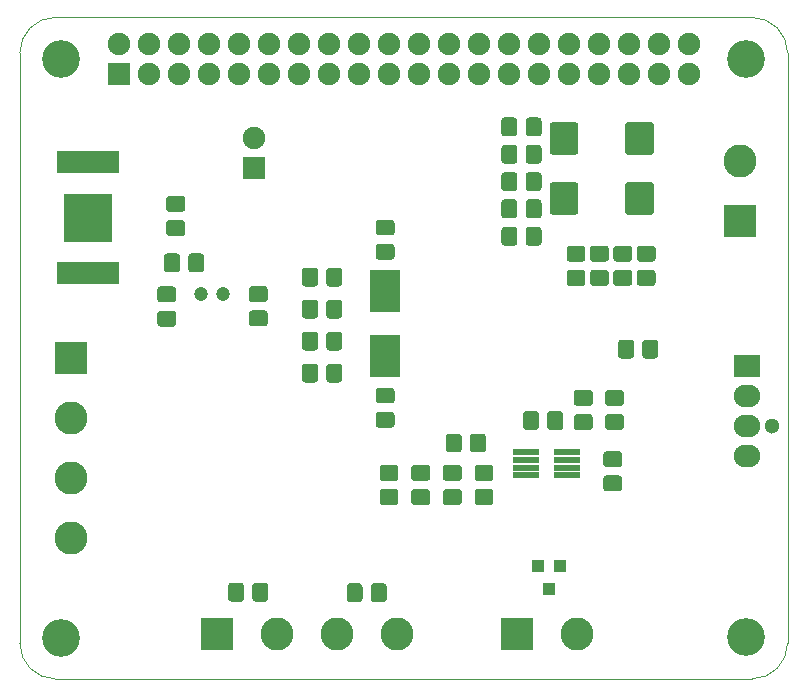
<source format=gbr>
G04 #@! TF.GenerationSoftware,KiCad,Pcbnew,(5.1.5-0-10_14)*
G04 #@! TF.CreationDate,2020-08-14T15:05:08-04:00*
G04 #@! TF.ProjectId,Raspberry-Pi-Hat,52617370-6265-4727-9279-2d50692d4861,rev?*
G04 #@! TF.SameCoordinates,Original*
G04 #@! TF.FileFunction,Soldermask,Bot*
G04 #@! TF.FilePolarity,Negative*
%FSLAX46Y46*%
G04 Gerber Fmt 4.6, Leading zero omitted, Abs format (unit mm)*
G04 Created by KiCad (PCBNEW (5.1.5-0-10_14)) date 2020-08-14 15:05:08*
%MOMM*%
%LPD*%
G04 APERTURE LIST*
%ADD10C,0.100000*%
%ADD11C,2.800000*%
%ADD12R,2.800000X2.800000*%
%ADD13C,1.200000*%
%ADD14R,1.000000X1.100000*%
%ADD15R,2.600000X3.525000*%
%ADD16C,1.300000*%
%ADD17O,2.230000X1.930000*%
%ADD18R,2.230000X1.930000*%
%ADD19R,4.160000X4.160000*%
%ADD20R,5.280000X1.980000*%
%ADD21R,2.200000X0.600000*%
%ADD22O,1.900000X1.900000*%
%ADD23R,1.900000X1.900000*%
%ADD24C,3.200000*%
G04 APERTURE END LIST*
D10*
X78546356Y-63817611D02*
X78546356Y-113817611D01*
X78546356Y-63817611D02*
G75*
G02X81546356Y-60817611I3000000J0D01*
G01*
X140546356Y-60817611D02*
X81546356Y-60817611D01*
X140546356Y-60817611D02*
G75*
G02X143546356Y-63817611I0J-3000000D01*
G01*
X143546351Y-113822847D02*
X143546356Y-63817611D01*
X81546356Y-116817611D02*
G75*
G02X78546356Y-113817611I0J3000000D01*
G01*
X81546356Y-116817611D02*
X140546356Y-116817611D01*
X143546351Y-113822847D02*
G75*
G02X140546356Y-116817611I-2999995J5236D01*
G01*
D11*
X82905600Y-104851200D03*
X82905600Y-99771200D03*
X82905600Y-94691200D03*
D12*
X82905600Y-89611200D03*
D11*
X139532360Y-72943720D03*
D12*
X139532360Y-78023720D03*
D11*
X125730000Y-113030000D03*
D12*
X120650000Y-113030000D03*
D11*
X110490000Y-113030000D03*
X105410000Y-113030000D03*
X100330000Y-113030000D03*
D12*
X95250000Y-113030000D03*
D13*
X93883400Y-84251800D03*
X95783400Y-84251800D03*
D14*
X123350000Y-109250000D03*
X124300000Y-107250000D03*
X122400000Y-107250000D03*
D10*
G36*
X103525289Y-84714746D02*
G01*
X103553778Y-84718972D01*
X103581715Y-84725970D01*
X103608832Y-84735673D01*
X103634867Y-84747986D01*
X103659570Y-84762793D01*
X103682703Y-84779949D01*
X103704043Y-84799290D01*
X103723384Y-84820630D01*
X103740540Y-84843763D01*
X103755347Y-84868466D01*
X103767660Y-84894501D01*
X103777363Y-84921618D01*
X103784361Y-84949555D01*
X103788587Y-84978044D01*
X103790000Y-85006810D01*
X103790000Y-86019856D01*
X103788587Y-86048622D01*
X103784361Y-86077111D01*
X103777363Y-86105048D01*
X103767660Y-86132165D01*
X103755347Y-86158200D01*
X103740540Y-86182903D01*
X103723384Y-86206036D01*
X103704043Y-86227376D01*
X103682703Y-86246717D01*
X103659570Y-86263873D01*
X103634867Y-86278680D01*
X103608832Y-86290993D01*
X103581715Y-86300696D01*
X103553778Y-86307694D01*
X103525289Y-86311920D01*
X103496523Y-86313333D01*
X102733477Y-86313333D01*
X102704711Y-86311920D01*
X102676222Y-86307694D01*
X102648285Y-86300696D01*
X102621168Y-86290993D01*
X102595133Y-86278680D01*
X102570430Y-86263873D01*
X102547297Y-86246717D01*
X102525957Y-86227376D01*
X102506616Y-86206036D01*
X102489460Y-86182903D01*
X102474653Y-86158200D01*
X102462340Y-86132165D01*
X102452637Y-86105048D01*
X102445639Y-86077111D01*
X102441413Y-86048622D01*
X102440000Y-86019856D01*
X102440000Y-85006810D01*
X102441413Y-84978044D01*
X102445639Y-84949555D01*
X102452637Y-84921618D01*
X102462340Y-84894501D01*
X102474653Y-84868466D01*
X102489460Y-84843763D01*
X102506616Y-84820630D01*
X102525957Y-84799290D01*
X102547297Y-84779949D01*
X102570430Y-84762793D01*
X102595133Y-84747986D01*
X102621168Y-84735673D01*
X102648285Y-84725970D01*
X102676222Y-84718972D01*
X102704711Y-84714746D01*
X102733477Y-84713333D01*
X103496523Y-84713333D01*
X103525289Y-84714746D01*
G37*
G36*
X105575289Y-84714746D02*
G01*
X105603778Y-84718972D01*
X105631715Y-84725970D01*
X105658832Y-84735673D01*
X105684867Y-84747986D01*
X105709570Y-84762793D01*
X105732703Y-84779949D01*
X105754043Y-84799290D01*
X105773384Y-84820630D01*
X105790540Y-84843763D01*
X105805347Y-84868466D01*
X105817660Y-84894501D01*
X105827363Y-84921618D01*
X105834361Y-84949555D01*
X105838587Y-84978044D01*
X105840000Y-85006810D01*
X105840000Y-86019856D01*
X105838587Y-86048622D01*
X105834361Y-86077111D01*
X105827363Y-86105048D01*
X105817660Y-86132165D01*
X105805347Y-86158200D01*
X105790540Y-86182903D01*
X105773384Y-86206036D01*
X105754043Y-86227376D01*
X105732703Y-86246717D01*
X105709570Y-86263873D01*
X105684867Y-86278680D01*
X105658832Y-86290993D01*
X105631715Y-86300696D01*
X105603778Y-86307694D01*
X105575289Y-86311920D01*
X105546523Y-86313333D01*
X104783477Y-86313333D01*
X104754711Y-86311920D01*
X104726222Y-86307694D01*
X104698285Y-86300696D01*
X104671168Y-86290993D01*
X104645133Y-86278680D01*
X104620430Y-86263873D01*
X104597297Y-86246717D01*
X104575957Y-86227376D01*
X104556616Y-86206036D01*
X104539460Y-86182903D01*
X104524653Y-86158200D01*
X104512340Y-86132165D01*
X104502637Y-86105048D01*
X104495639Y-86077111D01*
X104491413Y-86048622D01*
X104490000Y-86019856D01*
X104490000Y-85006810D01*
X104491413Y-84978044D01*
X104495639Y-84949555D01*
X104502637Y-84921618D01*
X104512340Y-84894501D01*
X104524653Y-84868466D01*
X104539460Y-84843763D01*
X104556616Y-84820630D01*
X104575957Y-84799290D01*
X104597297Y-84779949D01*
X104620430Y-84762793D01*
X104645133Y-84747986D01*
X104671168Y-84735673D01*
X104698285Y-84725970D01*
X104726222Y-84718972D01*
X104754711Y-84714746D01*
X104783477Y-84713333D01*
X105546523Y-84713333D01*
X105575289Y-84714746D01*
G37*
G36*
X103525289Y-87424079D02*
G01*
X103553778Y-87428305D01*
X103581715Y-87435303D01*
X103608832Y-87445006D01*
X103634867Y-87457319D01*
X103659570Y-87472126D01*
X103682703Y-87489282D01*
X103704043Y-87508623D01*
X103723384Y-87529963D01*
X103740540Y-87553096D01*
X103755347Y-87577799D01*
X103767660Y-87603834D01*
X103777363Y-87630951D01*
X103784361Y-87658888D01*
X103788587Y-87687377D01*
X103790000Y-87716143D01*
X103790000Y-88729189D01*
X103788587Y-88757955D01*
X103784361Y-88786444D01*
X103777363Y-88814381D01*
X103767660Y-88841498D01*
X103755347Y-88867533D01*
X103740540Y-88892236D01*
X103723384Y-88915369D01*
X103704043Y-88936709D01*
X103682703Y-88956050D01*
X103659570Y-88973206D01*
X103634867Y-88988013D01*
X103608832Y-89000326D01*
X103581715Y-89010029D01*
X103553778Y-89017027D01*
X103525289Y-89021253D01*
X103496523Y-89022666D01*
X102733477Y-89022666D01*
X102704711Y-89021253D01*
X102676222Y-89017027D01*
X102648285Y-89010029D01*
X102621168Y-89000326D01*
X102595133Y-88988013D01*
X102570430Y-88973206D01*
X102547297Y-88956050D01*
X102525957Y-88936709D01*
X102506616Y-88915369D01*
X102489460Y-88892236D01*
X102474653Y-88867533D01*
X102462340Y-88841498D01*
X102452637Y-88814381D01*
X102445639Y-88786444D01*
X102441413Y-88757955D01*
X102440000Y-88729189D01*
X102440000Y-87716143D01*
X102441413Y-87687377D01*
X102445639Y-87658888D01*
X102452637Y-87630951D01*
X102462340Y-87603834D01*
X102474653Y-87577799D01*
X102489460Y-87553096D01*
X102506616Y-87529963D01*
X102525957Y-87508623D01*
X102547297Y-87489282D01*
X102570430Y-87472126D01*
X102595133Y-87457319D01*
X102621168Y-87445006D01*
X102648285Y-87435303D01*
X102676222Y-87428305D01*
X102704711Y-87424079D01*
X102733477Y-87422666D01*
X103496523Y-87422666D01*
X103525289Y-87424079D01*
G37*
G36*
X105575289Y-87424079D02*
G01*
X105603778Y-87428305D01*
X105631715Y-87435303D01*
X105658832Y-87445006D01*
X105684867Y-87457319D01*
X105709570Y-87472126D01*
X105732703Y-87489282D01*
X105754043Y-87508623D01*
X105773384Y-87529963D01*
X105790540Y-87553096D01*
X105805347Y-87577799D01*
X105817660Y-87603834D01*
X105827363Y-87630951D01*
X105834361Y-87658888D01*
X105838587Y-87687377D01*
X105840000Y-87716143D01*
X105840000Y-88729189D01*
X105838587Y-88757955D01*
X105834361Y-88786444D01*
X105827363Y-88814381D01*
X105817660Y-88841498D01*
X105805347Y-88867533D01*
X105790540Y-88892236D01*
X105773384Y-88915369D01*
X105754043Y-88936709D01*
X105732703Y-88956050D01*
X105709570Y-88973206D01*
X105684867Y-88988013D01*
X105658832Y-89000326D01*
X105631715Y-89010029D01*
X105603778Y-89017027D01*
X105575289Y-89021253D01*
X105546523Y-89022666D01*
X104783477Y-89022666D01*
X104754711Y-89021253D01*
X104726222Y-89017027D01*
X104698285Y-89010029D01*
X104671168Y-89000326D01*
X104645133Y-88988013D01*
X104620430Y-88973206D01*
X104597297Y-88956050D01*
X104575957Y-88936709D01*
X104556616Y-88915369D01*
X104539460Y-88892236D01*
X104524653Y-88867533D01*
X104512340Y-88841498D01*
X104502637Y-88814381D01*
X104495639Y-88786444D01*
X104491413Y-88757955D01*
X104490000Y-88729189D01*
X104490000Y-87716143D01*
X104491413Y-87687377D01*
X104495639Y-87658888D01*
X104502637Y-87630951D01*
X104512340Y-87603834D01*
X104524653Y-87577799D01*
X104539460Y-87553096D01*
X104556616Y-87529963D01*
X104575957Y-87508623D01*
X104597297Y-87489282D01*
X104620430Y-87472126D01*
X104645133Y-87457319D01*
X104671168Y-87445006D01*
X104698285Y-87435303D01*
X104726222Y-87428305D01*
X104754711Y-87424079D01*
X104783477Y-87422666D01*
X105546523Y-87422666D01*
X105575289Y-87424079D01*
G37*
G36*
X103525289Y-90133413D02*
G01*
X103553778Y-90137639D01*
X103581715Y-90144637D01*
X103608832Y-90154340D01*
X103634867Y-90166653D01*
X103659570Y-90181460D01*
X103682703Y-90198616D01*
X103704043Y-90217957D01*
X103723384Y-90239297D01*
X103740540Y-90262430D01*
X103755347Y-90287133D01*
X103767660Y-90313168D01*
X103777363Y-90340285D01*
X103784361Y-90368222D01*
X103788587Y-90396711D01*
X103790000Y-90425477D01*
X103790000Y-91438523D01*
X103788587Y-91467289D01*
X103784361Y-91495778D01*
X103777363Y-91523715D01*
X103767660Y-91550832D01*
X103755347Y-91576867D01*
X103740540Y-91601570D01*
X103723384Y-91624703D01*
X103704043Y-91646043D01*
X103682703Y-91665384D01*
X103659570Y-91682540D01*
X103634867Y-91697347D01*
X103608832Y-91709660D01*
X103581715Y-91719363D01*
X103553778Y-91726361D01*
X103525289Y-91730587D01*
X103496523Y-91732000D01*
X102733477Y-91732000D01*
X102704711Y-91730587D01*
X102676222Y-91726361D01*
X102648285Y-91719363D01*
X102621168Y-91709660D01*
X102595133Y-91697347D01*
X102570430Y-91682540D01*
X102547297Y-91665384D01*
X102525957Y-91646043D01*
X102506616Y-91624703D01*
X102489460Y-91601570D01*
X102474653Y-91576867D01*
X102462340Y-91550832D01*
X102452637Y-91523715D01*
X102445639Y-91495778D01*
X102441413Y-91467289D01*
X102440000Y-91438523D01*
X102440000Y-90425477D01*
X102441413Y-90396711D01*
X102445639Y-90368222D01*
X102452637Y-90340285D01*
X102462340Y-90313168D01*
X102474653Y-90287133D01*
X102489460Y-90262430D01*
X102506616Y-90239297D01*
X102525957Y-90217957D01*
X102547297Y-90198616D01*
X102570430Y-90181460D01*
X102595133Y-90166653D01*
X102621168Y-90154340D01*
X102648285Y-90144637D01*
X102676222Y-90137639D01*
X102704711Y-90133413D01*
X102733477Y-90132000D01*
X103496523Y-90132000D01*
X103525289Y-90133413D01*
G37*
G36*
X105575289Y-90133413D02*
G01*
X105603778Y-90137639D01*
X105631715Y-90144637D01*
X105658832Y-90154340D01*
X105684867Y-90166653D01*
X105709570Y-90181460D01*
X105732703Y-90198616D01*
X105754043Y-90217957D01*
X105773384Y-90239297D01*
X105790540Y-90262430D01*
X105805347Y-90287133D01*
X105817660Y-90313168D01*
X105827363Y-90340285D01*
X105834361Y-90368222D01*
X105838587Y-90396711D01*
X105840000Y-90425477D01*
X105840000Y-91438523D01*
X105838587Y-91467289D01*
X105834361Y-91495778D01*
X105827363Y-91523715D01*
X105817660Y-91550832D01*
X105805347Y-91576867D01*
X105790540Y-91601570D01*
X105773384Y-91624703D01*
X105754043Y-91646043D01*
X105732703Y-91665384D01*
X105709570Y-91682540D01*
X105684867Y-91697347D01*
X105658832Y-91709660D01*
X105631715Y-91719363D01*
X105603778Y-91726361D01*
X105575289Y-91730587D01*
X105546523Y-91732000D01*
X104783477Y-91732000D01*
X104754711Y-91730587D01*
X104726222Y-91726361D01*
X104698285Y-91719363D01*
X104671168Y-91709660D01*
X104645133Y-91697347D01*
X104620430Y-91682540D01*
X104597297Y-91665384D01*
X104575957Y-91646043D01*
X104556616Y-91624703D01*
X104539460Y-91601570D01*
X104524653Y-91576867D01*
X104512340Y-91550832D01*
X104502637Y-91523715D01*
X104495639Y-91495778D01*
X104491413Y-91467289D01*
X104490000Y-91438523D01*
X104490000Y-90425477D01*
X104491413Y-90396711D01*
X104495639Y-90368222D01*
X104502637Y-90340285D01*
X104512340Y-90313168D01*
X104524653Y-90287133D01*
X104539460Y-90262430D01*
X104556616Y-90239297D01*
X104575957Y-90217957D01*
X104597297Y-90198616D01*
X104620430Y-90181460D01*
X104645133Y-90166653D01*
X104671168Y-90154340D01*
X104698285Y-90144637D01*
X104726222Y-90137639D01*
X104754711Y-90133413D01*
X104783477Y-90132000D01*
X105546523Y-90132000D01*
X105575289Y-90133413D01*
G37*
G36*
X132335289Y-88101413D02*
G01*
X132363778Y-88105639D01*
X132391715Y-88112637D01*
X132418832Y-88122340D01*
X132444867Y-88134653D01*
X132469570Y-88149460D01*
X132492703Y-88166616D01*
X132514043Y-88185957D01*
X132533384Y-88207297D01*
X132550540Y-88230430D01*
X132565347Y-88255133D01*
X132577660Y-88281168D01*
X132587363Y-88308285D01*
X132594361Y-88336222D01*
X132598587Y-88364711D01*
X132600000Y-88393477D01*
X132600000Y-89406523D01*
X132598587Y-89435289D01*
X132594361Y-89463778D01*
X132587363Y-89491715D01*
X132577660Y-89518832D01*
X132565347Y-89544867D01*
X132550540Y-89569570D01*
X132533384Y-89592703D01*
X132514043Y-89614043D01*
X132492703Y-89633384D01*
X132469570Y-89650540D01*
X132444867Y-89665347D01*
X132418832Y-89677660D01*
X132391715Y-89687363D01*
X132363778Y-89694361D01*
X132335289Y-89698587D01*
X132306523Y-89700000D01*
X131543477Y-89700000D01*
X131514711Y-89698587D01*
X131486222Y-89694361D01*
X131458285Y-89687363D01*
X131431168Y-89677660D01*
X131405133Y-89665347D01*
X131380430Y-89650540D01*
X131357297Y-89633384D01*
X131335957Y-89614043D01*
X131316616Y-89592703D01*
X131299460Y-89569570D01*
X131284653Y-89544867D01*
X131272340Y-89518832D01*
X131262637Y-89491715D01*
X131255639Y-89463778D01*
X131251413Y-89435289D01*
X131250000Y-89406523D01*
X131250000Y-88393477D01*
X131251413Y-88364711D01*
X131255639Y-88336222D01*
X131262637Y-88308285D01*
X131272340Y-88281168D01*
X131284653Y-88255133D01*
X131299460Y-88230430D01*
X131316616Y-88207297D01*
X131335957Y-88185957D01*
X131357297Y-88166616D01*
X131380430Y-88149460D01*
X131405133Y-88134653D01*
X131431168Y-88122340D01*
X131458285Y-88112637D01*
X131486222Y-88105639D01*
X131514711Y-88101413D01*
X131543477Y-88100000D01*
X132306523Y-88100000D01*
X132335289Y-88101413D01*
G37*
G36*
X130285289Y-88101413D02*
G01*
X130313778Y-88105639D01*
X130341715Y-88112637D01*
X130368832Y-88122340D01*
X130394867Y-88134653D01*
X130419570Y-88149460D01*
X130442703Y-88166616D01*
X130464043Y-88185957D01*
X130483384Y-88207297D01*
X130500540Y-88230430D01*
X130515347Y-88255133D01*
X130527660Y-88281168D01*
X130537363Y-88308285D01*
X130544361Y-88336222D01*
X130548587Y-88364711D01*
X130550000Y-88393477D01*
X130550000Y-89406523D01*
X130548587Y-89435289D01*
X130544361Y-89463778D01*
X130537363Y-89491715D01*
X130527660Y-89518832D01*
X130515347Y-89544867D01*
X130500540Y-89569570D01*
X130483384Y-89592703D01*
X130464043Y-89614043D01*
X130442703Y-89633384D01*
X130419570Y-89650540D01*
X130394867Y-89665347D01*
X130368832Y-89677660D01*
X130341715Y-89687363D01*
X130313778Y-89694361D01*
X130285289Y-89698587D01*
X130256523Y-89700000D01*
X129493477Y-89700000D01*
X129464711Y-89698587D01*
X129436222Y-89694361D01*
X129408285Y-89687363D01*
X129381168Y-89677660D01*
X129355133Y-89665347D01*
X129330430Y-89650540D01*
X129307297Y-89633384D01*
X129285957Y-89614043D01*
X129266616Y-89592703D01*
X129249460Y-89569570D01*
X129234653Y-89544867D01*
X129222340Y-89518832D01*
X129212637Y-89491715D01*
X129205639Y-89463778D01*
X129201413Y-89435289D01*
X129200000Y-89406523D01*
X129200000Y-88393477D01*
X129201413Y-88364711D01*
X129205639Y-88336222D01*
X129212637Y-88308285D01*
X129222340Y-88281168D01*
X129234653Y-88255133D01*
X129249460Y-88230430D01*
X129266616Y-88207297D01*
X129285957Y-88185957D01*
X129307297Y-88166616D01*
X129330430Y-88149460D01*
X129355133Y-88134653D01*
X129381168Y-88122340D01*
X129408285Y-88112637D01*
X129436222Y-88105639D01*
X129464711Y-88101413D01*
X129493477Y-88100000D01*
X130256523Y-88100000D01*
X130285289Y-88101413D01*
G37*
G36*
X115701955Y-100751413D02*
G01*
X115730444Y-100755639D01*
X115758381Y-100762637D01*
X115785498Y-100772340D01*
X115811533Y-100784653D01*
X115836236Y-100799460D01*
X115859369Y-100816616D01*
X115880709Y-100835957D01*
X115900050Y-100857297D01*
X115917206Y-100880430D01*
X115932013Y-100905133D01*
X115944326Y-100931168D01*
X115954029Y-100958285D01*
X115961027Y-100986222D01*
X115965253Y-101014711D01*
X115966666Y-101043477D01*
X115966666Y-101806523D01*
X115965253Y-101835289D01*
X115961027Y-101863778D01*
X115954029Y-101891715D01*
X115944326Y-101918832D01*
X115932013Y-101944867D01*
X115917206Y-101969570D01*
X115900050Y-101992703D01*
X115880709Y-102014043D01*
X115859369Y-102033384D01*
X115836236Y-102050540D01*
X115811533Y-102065347D01*
X115785498Y-102077660D01*
X115758381Y-102087363D01*
X115730444Y-102094361D01*
X115701955Y-102098587D01*
X115673189Y-102100000D01*
X114660143Y-102100000D01*
X114631377Y-102098587D01*
X114602888Y-102094361D01*
X114574951Y-102087363D01*
X114547834Y-102077660D01*
X114521799Y-102065347D01*
X114497096Y-102050540D01*
X114473963Y-102033384D01*
X114452623Y-102014043D01*
X114433282Y-101992703D01*
X114416126Y-101969570D01*
X114401319Y-101944867D01*
X114389006Y-101918832D01*
X114379303Y-101891715D01*
X114372305Y-101863778D01*
X114368079Y-101835289D01*
X114366666Y-101806523D01*
X114366666Y-101043477D01*
X114368079Y-101014711D01*
X114372305Y-100986222D01*
X114379303Y-100958285D01*
X114389006Y-100931168D01*
X114401319Y-100905133D01*
X114416126Y-100880430D01*
X114433282Y-100857297D01*
X114452623Y-100835957D01*
X114473963Y-100816616D01*
X114497096Y-100799460D01*
X114521799Y-100784653D01*
X114547834Y-100772340D01*
X114574951Y-100762637D01*
X114602888Y-100755639D01*
X114631377Y-100751413D01*
X114660143Y-100750000D01*
X115673189Y-100750000D01*
X115701955Y-100751413D01*
G37*
G36*
X115701955Y-98701413D02*
G01*
X115730444Y-98705639D01*
X115758381Y-98712637D01*
X115785498Y-98722340D01*
X115811533Y-98734653D01*
X115836236Y-98749460D01*
X115859369Y-98766616D01*
X115880709Y-98785957D01*
X115900050Y-98807297D01*
X115917206Y-98830430D01*
X115932013Y-98855133D01*
X115944326Y-98881168D01*
X115954029Y-98908285D01*
X115961027Y-98936222D01*
X115965253Y-98964711D01*
X115966666Y-98993477D01*
X115966666Y-99756523D01*
X115965253Y-99785289D01*
X115961027Y-99813778D01*
X115954029Y-99841715D01*
X115944326Y-99868832D01*
X115932013Y-99894867D01*
X115917206Y-99919570D01*
X115900050Y-99942703D01*
X115880709Y-99964043D01*
X115859369Y-99983384D01*
X115836236Y-100000540D01*
X115811533Y-100015347D01*
X115785498Y-100027660D01*
X115758381Y-100037363D01*
X115730444Y-100044361D01*
X115701955Y-100048587D01*
X115673189Y-100050000D01*
X114660143Y-100050000D01*
X114631377Y-100048587D01*
X114602888Y-100044361D01*
X114574951Y-100037363D01*
X114547834Y-100027660D01*
X114521799Y-100015347D01*
X114497096Y-100000540D01*
X114473963Y-99983384D01*
X114452623Y-99964043D01*
X114433282Y-99942703D01*
X114416126Y-99919570D01*
X114401319Y-99894867D01*
X114389006Y-99868832D01*
X114379303Y-99841715D01*
X114372305Y-99813778D01*
X114368079Y-99785289D01*
X114366666Y-99756523D01*
X114366666Y-98993477D01*
X114368079Y-98964711D01*
X114372305Y-98936222D01*
X114379303Y-98908285D01*
X114389006Y-98881168D01*
X114401319Y-98855133D01*
X114416126Y-98830430D01*
X114433282Y-98807297D01*
X114452623Y-98785957D01*
X114473963Y-98766616D01*
X114497096Y-98749460D01*
X114521799Y-98734653D01*
X114547834Y-98722340D01*
X114574951Y-98712637D01*
X114602888Y-98705639D01*
X114631377Y-98701413D01*
X114660143Y-98700000D01*
X115673189Y-98700000D01*
X115701955Y-98701413D01*
G37*
G36*
X113018622Y-100751413D02*
G01*
X113047111Y-100755639D01*
X113075048Y-100762637D01*
X113102165Y-100772340D01*
X113128200Y-100784653D01*
X113152903Y-100799460D01*
X113176036Y-100816616D01*
X113197376Y-100835957D01*
X113216717Y-100857297D01*
X113233873Y-100880430D01*
X113248680Y-100905133D01*
X113260993Y-100931168D01*
X113270696Y-100958285D01*
X113277694Y-100986222D01*
X113281920Y-101014711D01*
X113283333Y-101043477D01*
X113283333Y-101806523D01*
X113281920Y-101835289D01*
X113277694Y-101863778D01*
X113270696Y-101891715D01*
X113260993Y-101918832D01*
X113248680Y-101944867D01*
X113233873Y-101969570D01*
X113216717Y-101992703D01*
X113197376Y-102014043D01*
X113176036Y-102033384D01*
X113152903Y-102050540D01*
X113128200Y-102065347D01*
X113102165Y-102077660D01*
X113075048Y-102087363D01*
X113047111Y-102094361D01*
X113018622Y-102098587D01*
X112989856Y-102100000D01*
X111976810Y-102100000D01*
X111948044Y-102098587D01*
X111919555Y-102094361D01*
X111891618Y-102087363D01*
X111864501Y-102077660D01*
X111838466Y-102065347D01*
X111813763Y-102050540D01*
X111790630Y-102033384D01*
X111769290Y-102014043D01*
X111749949Y-101992703D01*
X111732793Y-101969570D01*
X111717986Y-101944867D01*
X111705673Y-101918832D01*
X111695970Y-101891715D01*
X111688972Y-101863778D01*
X111684746Y-101835289D01*
X111683333Y-101806523D01*
X111683333Y-101043477D01*
X111684746Y-101014711D01*
X111688972Y-100986222D01*
X111695970Y-100958285D01*
X111705673Y-100931168D01*
X111717986Y-100905133D01*
X111732793Y-100880430D01*
X111749949Y-100857297D01*
X111769290Y-100835957D01*
X111790630Y-100816616D01*
X111813763Y-100799460D01*
X111838466Y-100784653D01*
X111864501Y-100772340D01*
X111891618Y-100762637D01*
X111919555Y-100755639D01*
X111948044Y-100751413D01*
X111976810Y-100750000D01*
X112989856Y-100750000D01*
X113018622Y-100751413D01*
G37*
G36*
X113018622Y-98701413D02*
G01*
X113047111Y-98705639D01*
X113075048Y-98712637D01*
X113102165Y-98722340D01*
X113128200Y-98734653D01*
X113152903Y-98749460D01*
X113176036Y-98766616D01*
X113197376Y-98785957D01*
X113216717Y-98807297D01*
X113233873Y-98830430D01*
X113248680Y-98855133D01*
X113260993Y-98881168D01*
X113270696Y-98908285D01*
X113277694Y-98936222D01*
X113281920Y-98964711D01*
X113283333Y-98993477D01*
X113283333Y-99756523D01*
X113281920Y-99785289D01*
X113277694Y-99813778D01*
X113270696Y-99841715D01*
X113260993Y-99868832D01*
X113248680Y-99894867D01*
X113233873Y-99919570D01*
X113216717Y-99942703D01*
X113197376Y-99964043D01*
X113176036Y-99983384D01*
X113152903Y-100000540D01*
X113128200Y-100015347D01*
X113102165Y-100027660D01*
X113075048Y-100037363D01*
X113047111Y-100044361D01*
X113018622Y-100048587D01*
X112989856Y-100050000D01*
X111976810Y-100050000D01*
X111948044Y-100048587D01*
X111919555Y-100044361D01*
X111891618Y-100037363D01*
X111864501Y-100027660D01*
X111838466Y-100015347D01*
X111813763Y-100000540D01*
X111790630Y-99983384D01*
X111769290Y-99964043D01*
X111749949Y-99942703D01*
X111732793Y-99919570D01*
X111717986Y-99894867D01*
X111705673Y-99868832D01*
X111695970Y-99841715D01*
X111688972Y-99813778D01*
X111684746Y-99785289D01*
X111683333Y-99756523D01*
X111683333Y-98993477D01*
X111684746Y-98964711D01*
X111688972Y-98936222D01*
X111695970Y-98908285D01*
X111705673Y-98881168D01*
X111717986Y-98855133D01*
X111732793Y-98830430D01*
X111749949Y-98807297D01*
X111769290Y-98785957D01*
X111790630Y-98766616D01*
X111813763Y-98749460D01*
X111838466Y-98734653D01*
X111864501Y-98722340D01*
X111891618Y-98712637D01*
X111919555Y-98705639D01*
X111948044Y-98701413D01*
X111976810Y-98700000D01*
X112989856Y-98700000D01*
X113018622Y-98701413D01*
G37*
G36*
X109345589Y-108731293D02*
G01*
X109374078Y-108735519D01*
X109402015Y-108742517D01*
X109429132Y-108752220D01*
X109455167Y-108764533D01*
X109479870Y-108779340D01*
X109503003Y-108796496D01*
X109524343Y-108815837D01*
X109543684Y-108837177D01*
X109560840Y-108860310D01*
X109575647Y-108885013D01*
X109587960Y-108911048D01*
X109597663Y-108938165D01*
X109604661Y-108966102D01*
X109608887Y-108994591D01*
X109610300Y-109023357D01*
X109610300Y-110036403D01*
X109608887Y-110065169D01*
X109604661Y-110093658D01*
X109597663Y-110121595D01*
X109587960Y-110148712D01*
X109575647Y-110174747D01*
X109560840Y-110199450D01*
X109543684Y-110222583D01*
X109524343Y-110243923D01*
X109503003Y-110263264D01*
X109479870Y-110280420D01*
X109455167Y-110295227D01*
X109429132Y-110307540D01*
X109402015Y-110317243D01*
X109374078Y-110324241D01*
X109345589Y-110328467D01*
X109316823Y-110329880D01*
X108553777Y-110329880D01*
X108525011Y-110328467D01*
X108496522Y-110324241D01*
X108468585Y-110317243D01*
X108441468Y-110307540D01*
X108415433Y-110295227D01*
X108390730Y-110280420D01*
X108367597Y-110263264D01*
X108346257Y-110243923D01*
X108326916Y-110222583D01*
X108309760Y-110199450D01*
X108294953Y-110174747D01*
X108282640Y-110148712D01*
X108272937Y-110121595D01*
X108265939Y-110093658D01*
X108261713Y-110065169D01*
X108260300Y-110036403D01*
X108260300Y-109023357D01*
X108261713Y-108994591D01*
X108265939Y-108966102D01*
X108272937Y-108938165D01*
X108282640Y-108911048D01*
X108294953Y-108885013D01*
X108309760Y-108860310D01*
X108326916Y-108837177D01*
X108346257Y-108815837D01*
X108367597Y-108796496D01*
X108390730Y-108779340D01*
X108415433Y-108764533D01*
X108441468Y-108752220D01*
X108468585Y-108742517D01*
X108496522Y-108735519D01*
X108525011Y-108731293D01*
X108553777Y-108729880D01*
X109316823Y-108729880D01*
X109345589Y-108731293D01*
G37*
G36*
X107295589Y-108731293D02*
G01*
X107324078Y-108735519D01*
X107352015Y-108742517D01*
X107379132Y-108752220D01*
X107405167Y-108764533D01*
X107429870Y-108779340D01*
X107453003Y-108796496D01*
X107474343Y-108815837D01*
X107493684Y-108837177D01*
X107510840Y-108860310D01*
X107525647Y-108885013D01*
X107537960Y-108911048D01*
X107547663Y-108938165D01*
X107554661Y-108966102D01*
X107558887Y-108994591D01*
X107560300Y-109023357D01*
X107560300Y-110036403D01*
X107558887Y-110065169D01*
X107554661Y-110093658D01*
X107547663Y-110121595D01*
X107537960Y-110148712D01*
X107525647Y-110174747D01*
X107510840Y-110199450D01*
X107493684Y-110222583D01*
X107474343Y-110243923D01*
X107453003Y-110263264D01*
X107429870Y-110280420D01*
X107405167Y-110295227D01*
X107379132Y-110307540D01*
X107352015Y-110317243D01*
X107324078Y-110324241D01*
X107295589Y-110328467D01*
X107266823Y-110329880D01*
X106503777Y-110329880D01*
X106475011Y-110328467D01*
X106446522Y-110324241D01*
X106418585Y-110317243D01*
X106391468Y-110307540D01*
X106365433Y-110295227D01*
X106340730Y-110280420D01*
X106317597Y-110263264D01*
X106296257Y-110243923D01*
X106276916Y-110222583D01*
X106259760Y-110199450D01*
X106244953Y-110174747D01*
X106232640Y-110148712D01*
X106222937Y-110121595D01*
X106215939Y-110093658D01*
X106211713Y-110065169D01*
X106210300Y-110036403D01*
X106210300Y-109023357D01*
X106211713Y-108994591D01*
X106215939Y-108966102D01*
X106222937Y-108938165D01*
X106232640Y-108911048D01*
X106244953Y-108885013D01*
X106259760Y-108860310D01*
X106276916Y-108837177D01*
X106296257Y-108815837D01*
X106317597Y-108796496D01*
X106340730Y-108779340D01*
X106365433Y-108764533D01*
X106391468Y-108752220D01*
X106418585Y-108742517D01*
X106446522Y-108735519D01*
X106475011Y-108731293D01*
X106503777Y-108729880D01*
X107266823Y-108729880D01*
X107295589Y-108731293D01*
G37*
G36*
X103525289Y-82005413D02*
G01*
X103553778Y-82009639D01*
X103581715Y-82016637D01*
X103608832Y-82026340D01*
X103634867Y-82038653D01*
X103659570Y-82053460D01*
X103682703Y-82070616D01*
X103704043Y-82089957D01*
X103723384Y-82111297D01*
X103740540Y-82134430D01*
X103755347Y-82159133D01*
X103767660Y-82185168D01*
X103777363Y-82212285D01*
X103784361Y-82240222D01*
X103788587Y-82268711D01*
X103790000Y-82297477D01*
X103790000Y-83310523D01*
X103788587Y-83339289D01*
X103784361Y-83367778D01*
X103777363Y-83395715D01*
X103767660Y-83422832D01*
X103755347Y-83448867D01*
X103740540Y-83473570D01*
X103723384Y-83496703D01*
X103704043Y-83518043D01*
X103682703Y-83537384D01*
X103659570Y-83554540D01*
X103634867Y-83569347D01*
X103608832Y-83581660D01*
X103581715Y-83591363D01*
X103553778Y-83598361D01*
X103525289Y-83602587D01*
X103496523Y-83604000D01*
X102733477Y-83604000D01*
X102704711Y-83602587D01*
X102676222Y-83598361D01*
X102648285Y-83591363D01*
X102621168Y-83581660D01*
X102595133Y-83569347D01*
X102570430Y-83554540D01*
X102547297Y-83537384D01*
X102525957Y-83518043D01*
X102506616Y-83496703D01*
X102489460Y-83473570D01*
X102474653Y-83448867D01*
X102462340Y-83422832D01*
X102452637Y-83395715D01*
X102445639Y-83367778D01*
X102441413Y-83339289D01*
X102440000Y-83310523D01*
X102440000Y-82297477D01*
X102441413Y-82268711D01*
X102445639Y-82240222D01*
X102452637Y-82212285D01*
X102462340Y-82185168D01*
X102474653Y-82159133D01*
X102489460Y-82134430D01*
X102506616Y-82111297D01*
X102525957Y-82089957D01*
X102547297Y-82070616D01*
X102570430Y-82053460D01*
X102595133Y-82038653D01*
X102621168Y-82026340D01*
X102648285Y-82016637D01*
X102676222Y-82009639D01*
X102704711Y-82005413D01*
X102733477Y-82004000D01*
X103496523Y-82004000D01*
X103525289Y-82005413D01*
G37*
G36*
X105575289Y-82005413D02*
G01*
X105603778Y-82009639D01*
X105631715Y-82016637D01*
X105658832Y-82026340D01*
X105684867Y-82038653D01*
X105709570Y-82053460D01*
X105732703Y-82070616D01*
X105754043Y-82089957D01*
X105773384Y-82111297D01*
X105790540Y-82134430D01*
X105805347Y-82159133D01*
X105817660Y-82185168D01*
X105827363Y-82212285D01*
X105834361Y-82240222D01*
X105838587Y-82268711D01*
X105840000Y-82297477D01*
X105840000Y-83310523D01*
X105838587Y-83339289D01*
X105834361Y-83367778D01*
X105827363Y-83395715D01*
X105817660Y-83422832D01*
X105805347Y-83448867D01*
X105790540Y-83473570D01*
X105773384Y-83496703D01*
X105754043Y-83518043D01*
X105732703Y-83537384D01*
X105709570Y-83554540D01*
X105684867Y-83569347D01*
X105658832Y-83581660D01*
X105631715Y-83591363D01*
X105603778Y-83598361D01*
X105575289Y-83602587D01*
X105546523Y-83604000D01*
X104783477Y-83604000D01*
X104754711Y-83602587D01*
X104726222Y-83598361D01*
X104698285Y-83591363D01*
X104671168Y-83581660D01*
X104645133Y-83569347D01*
X104620430Y-83554540D01*
X104597297Y-83537384D01*
X104575957Y-83518043D01*
X104556616Y-83496703D01*
X104539460Y-83473570D01*
X104524653Y-83448867D01*
X104512340Y-83422832D01*
X104502637Y-83395715D01*
X104495639Y-83367778D01*
X104491413Y-83339289D01*
X104490000Y-83310523D01*
X104490000Y-82297477D01*
X104491413Y-82268711D01*
X104495639Y-82240222D01*
X104502637Y-82212285D01*
X104512340Y-82185168D01*
X104524653Y-82159133D01*
X104539460Y-82134430D01*
X104556616Y-82111297D01*
X104575957Y-82089957D01*
X104597297Y-82070616D01*
X104620430Y-82053460D01*
X104645133Y-82038653D01*
X104671168Y-82026340D01*
X104698285Y-82016637D01*
X104726222Y-82009639D01*
X104754711Y-82005413D01*
X104783477Y-82004000D01*
X105546523Y-82004000D01*
X105575289Y-82005413D01*
G37*
G36*
X99317669Y-108680493D02*
G01*
X99346158Y-108684719D01*
X99374095Y-108691717D01*
X99401212Y-108701420D01*
X99427247Y-108713733D01*
X99451950Y-108728540D01*
X99475083Y-108745696D01*
X99496423Y-108765037D01*
X99515764Y-108786377D01*
X99532920Y-108809510D01*
X99547727Y-108834213D01*
X99560040Y-108860248D01*
X99569743Y-108887365D01*
X99576741Y-108915302D01*
X99580967Y-108943791D01*
X99582380Y-108972557D01*
X99582380Y-109985603D01*
X99580967Y-110014369D01*
X99576741Y-110042858D01*
X99569743Y-110070795D01*
X99560040Y-110097912D01*
X99547727Y-110123947D01*
X99532920Y-110148650D01*
X99515764Y-110171783D01*
X99496423Y-110193123D01*
X99475083Y-110212464D01*
X99451950Y-110229620D01*
X99427247Y-110244427D01*
X99401212Y-110256740D01*
X99374095Y-110266443D01*
X99346158Y-110273441D01*
X99317669Y-110277667D01*
X99288903Y-110279080D01*
X98525857Y-110279080D01*
X98497091Y-110277667D01*
X98468602Y-110273441D01*
X98440665Y-110266443D01*
X98413548Y-110256740D01*
X98387513Y-110244427D01*
X98362810Y-110229620D01*
X98339677Y-110212464D01*
X98318337Y-110193123D01*
X98298996Y-110171783D01*
X98281840Y-110148650D01*
X98267033Y-110123947D01*
X98254720Y-110097912D01*
X98245017Y-110070795D01*
X98238019Y-110042858D01*
X98233793Y-110014369D01*
X98232380Y-109985603D01*
X98232380Y-108972557D01*
X98233793Y-108943791D01*
X98238019Y-108915302D01*
X98245017Y-108887365D01*
X98254720Y-108860248D01*
X98267033Y-108834213D01*
X98281840Y-108809510D01*
X98298996Y-108786377D01*
X98318337Y-108765037D01*
X98339677Y-108745696D01*
X98362810Y-108728540D01*
X98387513Y-108713733D01*
X98413548Y-108701420D01*
X98440665Y-108691717D01*
X98468602Y-108684719D01*
X98497091Y-108680493D01*
X98525857Y-108679080D01*
X99288903Y-108679080D01*
X99317669Y-108680493D01*
G37*
G36*
X97267669Y-108680493D02*
G01*
X97296158Y-108684719D01*
X97324095Y-108691717D01*
X97351212Y-108701420D01*
X97377247Y-108713733D01*
X97401950Y-108728540D01*
X97425083Y-108745696D01*
X97446423Y-108765037D01*
X97465764Y-108786377D01*
X97482920Y-108809510D01*
X97497727Y-108834213D01*
X97510040Y-108860248D01*
X97519743Y-108887365D01*
X97526741Y-108915302D01*
X97530967Y-108943791D01*
X97532380Y-108972557D01*
X97532380Y-109985603D01*
X97530967Y-110014369D01*
X97526741Y-110042858D01*
X97519743Y-110070795D01*
X97510040Y-110097912D01*
X97497727Y-110123947D01*
X97482920Y-110148650D01*
X97465764Y-110171783D01*
X97446423Y-110193123D01*
X97425083Y-110212464D01*
X97401950Y-110229620D01*
X97377247Y-110244427D01*
X97351212Y-110256740D01*
X97324095Y-110266443D01*
X97296158Y-110273441D01*
X97267669Y-110277667D01*
X97238903Y-110279080D01*
X96475857Y-110279080D01*
X96447091Y-110277667D01*
X96418602Y-110273441D01*
X96390665Y-110266443D01*
X96363548Y-110256740D01*
X96337513Y-110244427D01*
X96312810Y-110229620D01*
X96289677Y-110212464D01*
X96268337Y-110193123D01*
X96248996Y-110171783D01*
X96231840Y-110148650D01*
X96217033Y-110123947D01*
X96204720Y-110097912D01*
X96195017Y-110070795D01*
X96188019Y-110042858D01*
X96183793Y-110014369D01*
X96182380Y-109985603D01*
X96182380Y-108972557D01*
X96183793Y-108943791D01*
X96188019Y-108915302D01*
X96195017Y-108887365D01*
X96204720Y-108860248D01*
X96217033Y-108834213D01*
X96231840Y-108809510D01*
X96248996Y-108786377D01*
X96268337Y-108765037D01*
X96289677Y-108745696D01*
X96312810Y-108728540D01*
X96337513Y-108713733D01*
X96363548Y-108701420D01*
X96390665Y-108691717D01*
X96418602Y-108684719D01*
X96447091Y-108680493D01*
X96475857Y-108679080D01*
X97238903Y-108679080D01*
X97267669Y-108680493D01*
G37*
G36*
X122235289Y-94151413D02*
G01*
X122263778Y-94155639D01*
X122291715Y-94162637D01*
X122318832Y-94172340D01*
X122344867Y-94184653D01*
X122369570Y-94199460D01*
X122392703Y-94216616D01*
X122414043Y-94235957D01*
X122433384Y-94257297D01*
X122450540Y-94280430D01*
X122465347Y-94305133D01*
X122477660Y-94331168D01*
X122487363Y-94358285D01*
X122494361Y-94386222D01*
X122498587Y-94414711D01*
X122500000Y-94443477D01*
X122500000Y-95456523D01*
X122498587Y-95485289D01*
X122494361Y-95513778D01*
X122487363Y-95541715D01*
X122477660Y-95568832D01*
X122465347Y-95594867D01*
X122450540Y-95619570D01*
X122433384Y-95642703D01*
X122414043Y-95664043D01*
X122392703Y-95683384D01*
X122369570Y-95700540D01*
X122344867Y-95715347D01*
X122318832Y-95727660D01*
X122291715Y-95737363D01*
X122263778Y-95744361D01*
X122235289Y-95748587D01*
X122206523Y-95750000D01*
X121443477Y-95750000D01*
X121414711Y-95748587D01*
X121386222Y-95744361D01*
X121358285Y-95737363D01*
X121331168Y-95727660D01*
X121305133Y-95715347D01*
X121280430Y-95700540D01*
X121257297Y-95683384D01*
X121235957Y-95664043D01*
X121216616Y-95642703D01*
X121199460Y-95619570D01*
X121184653Y-95594867D01*
X121172340Y-95568832D01*
X121162637Y-95541715D01*
X121155639Y-95513778D01*
X121151413Y-95485289D01*
X121150000Y-95456523D01*
X121150000Y-94443477D01*
X121151413Y-94414711D01*
X121155639Y-94386222D01*
X121162637Y-94358285D01*
X121172340Y-94331168D01*
X121184653Y-94305133D01*
X121199460Y-94280430D01*
X121216616Y-94257297D01*
X121235957Y-94235957D01*
X121257297Y-94216616D01*
X121280430Y-94199460D01*
X121305133Y-94184653D01*
X121331168Y-94172340D01*
X121358285Y-94162637D01*
X121386222Y-94155639D01*
X121414711Y-94151413D01*
X121443477Y-94150000D01*
X122206523Y-94150000D01*
X122235289Y-94151413D01*
G37*
G36*
X124285289Y-94151413D02*
G01*
X124313778Y-94155639D01*
X124341715Y-94162637D01*
X124368832Y-94172340D01*
X124394867Y-94184653D01*
X124419570Y-94199460D01*
X124442703Y-94216616D01*
X124464043Y-94235957D01*
X124483384Y-94257297D01*
X124500540Y-94280430D01*
X124515347Y-94305133D01*
X124527660Y-94331168D01*
X124537363Y-94358285D01*
X124544361Y-94386222D01*
X124548587Y-94414711D01*
X124550000Y-94443477D01*
X124550000Y-95456523D01*
X124548587Y-95485289D01*
X124544361Y-95513778D01*
X124537363Y-95541715D01*
X124527660Y-95568832D01*
X124515347Y-95594867D01*
X124500540Y-95619570D01*
X124483384Y-95642703D01*
X124464043Y-95664043D01*
X124442703Y-95683384D01*
X124419570Y-95700540D01*
X124394867Y-95715347D01*
X124368832Y-95727660D01*
X124341715Y-95737363D01*
X124313778Y-95744361D01*
X124285289Y-95748587D01*
X124256523Y-95750000D01*
X123493477Y-95750000D01*
X123464711Y-95748587D01*
X123436222Y-95744361D01*
X123408285Y-95737363D01*
X123381168Y-95727660D01*
X123355133Y-95715347D01*
X123330430Y-95700540D01*
X123307297Y-95683384D01*
X123285957Y-95664043D01*
X123266616Y-95642703D01*
X123249460Y-95619570D01*
X123234653Y-95594867D01*
X123222340Y-95568832D01*
X123212637Y-95541715D01*
X123205639Y-95513778D01*
X123201413Y-95485289D01*
X123200000Y-95456523D01*
X123200000Y-94443477D01*
X123201413Y-94414711D01*
X123205639Y-94386222D01*
X123212637Y-94358285D01*
X123222340Y-94331168D01*
X123234653Y-94305133D01*
X123249460Y-94280430D01*
X123266616Y-94257297D01*
X123285957Y-94235957D01*
X123307297Y-94216616D01*
X123330430Y-94199460D01*
X123355133Y-94184653D01*
X123381168Y-94172340D01*
X123408285Y-94162637D01*
X123436222Y-94155639D01*
X123464711Y-94151413D01*
X123493477Y-94150000D01*
X124256523Y-94150000D01*
X124285289Y-94151413D01*
G37*
G36*
X126785289Y-92351413D02*
G01*
X126813778Y-92355639D01*
X126841715Y-92362637D01*
X126868832Y-92372340D01*
X126894867Y-92384653D01*
X126919570Y-92399460D01*
X126942703Y-92416616D01*
X126964043Y-92435957D01*
X126983384Y-92457297D01*
X127000540Y-92480430D01*
X127015347Y-92505133D01*
X127027660Y-92531168D01*
X127037363Y-92558285D01*
X127044361Y-92586222D01*
X127048587Y-92614711D01*
X127050000Y-92643477D01*
X127050000Y-93406523D01*
X127048587Y-93435289D01*
X127044361Y-93463778D01*
X127037363Y-93491715D01*
X127027660Y-93518832D01*
X127015347Y-93544867D01*
X127000540Y-93569570D01*
X126983384Y-93592703D01*
X126964043Y-93614043D01*
X126942703Y-93633384D01*
X126919570Y-93650540D01*
X126894867Y-93665347D01*
X126868832Y-93677660D01*
X126841715Y-93687363D01*
X126813778Y-93694361D01*
X126785289Y-93698587D01*
X126756523Y-93700000D01*
X125743477Y-93700000D01*
X125714711Y-93698587D01*
X125686222Y-93694361D01*
X125658285Y-93687363D01*
X125631168Y-93677660D01*
X125605133Y-93665347D01*
X125580430Y-93650540D01*
X125557297Y-93633384D01*
X125535957Y-93614043D01*
X125516616Y-93592703D01*
X125499460Y-93569570D01*
X125484653Y-93544867D01*
X125472340Y-93518832D01*
X125462637Y-93491715D01*
X125455639Y-93463778D01*
X125451413Y-93435289D01*
X125450000Y-93406523D01*
X125450000Y-92643477D01*
X125451413Y-92614711D01*
X125455639Y-92586222D01*
X125462637Y-92558285D01*
X125472340Y-92531168D01*
X125484653Y-92505133D01*
X125499460Y-92480430D01*
X125516616Y-92457297D01*
X125535957Y-92435957D01*
X125557297Y-92416616D01*
X125580430Y-92399460D01*
X125605133Y-92384653D01*
X125631168Y-92372340D01*
X125658285Y-92362637D01*
X125686222Y-92355639D01*
X125714711Y-92351413D01*
X125743477Y-92350000D01*
X126756523Y-92350000D01*
X126785289Y-92351413D01*
G37*
G36*
X126785289Y-94401413D02*
G01*
X126813778Y-94405639D01*
X126841715Y-94412637D01*
X126868832Y-94422340D01*
X126894867Y-94434653D01*
X126919570Y-94449460D01*
X126942703Y-94466616D01*
X126964043Y-94485957D01*
X126983384Y-94507297D01*
X127000540Y-94530430D01*
X127015347Y-94555133D01*
X127027660Y-94581168D01*
X127037363Y-94608285D01*
X127044361Y-94636222D01*
X127048587Y-94664711D01*
X127050000Y-94693477D01*
X127050000Y-95456523D01*
X127048587Y-95485289D01*
X127044361Y-95513778D01*
X127037363Y-95541715D01*
X127027660Y-95568832D01*
X127015347Y-95594867D01*
X127000540Y-95619570D01*
X126983384Y-95642703D01*
X126964043Y-95664043D01*
X126942703Y-95683384D01*
X126919570Y-95700540D01*
X126894867Y-95715347D01*
X126868832Y-95727660D01*
X126841715Y-95737363D01*
X126813778Y-95744361D01*
X126785289Y-95748587D01*
X126756523Y-95750000D01*
X125743477Y-95750000D01*
X125714711Y-95748587D01*
X125686222Y-95744361D01*
X125658285Y-95737363D01*
X125631168Y-95727660D01*
X125605133Y-95715347D01*
X125580430Y-95700540D01*
X125557297Y-95683384D01*
X125535957Y-95664043D01*
X125516616Y-95642703D01*
X125499460Y-95619570D01*
X125484653Y-95594867D01*
X125472340Y-95568832D01*
X125462637Y-95541715D01*
X125455639Y-95513778D01*
X125451413Y-95485289D01*
X125450000Y-95456523D01*
X125450000Y-94693477D01*
X125451413Y-94664711D01*
X125455639Y-94636222D01*
X125462637Y-94608285D01*
X125472340Y-94581168D01*
X125484653Y-94555133D01*
X125499460Y-94530430D01*
X125516616Y-94507297D01*
X125535957Y-94485957D01*
X125557297Y-94466616D01*
X125580430Y-94449460D01*
X125605133Y-94434653D01*
X125631168Y-94422340D01*
X125658285Y-94412637D01*
X125686222Y-94405639D01*
X125714711Y-94401413D01*
X125743477Y-94400000D01*
X126756523Y-94400000D01*
X126785289Y-94401413D01*
G37*
G36*
X110009289Y-77930413D02*
G01*
X110037778Y-77934639D01*
X110065715Y-77941637D01*
X110092832Y-77951340D01*
X110118867Y-77963653D01*
X110143570Y-77978460D01*
X110166703Y-77995616D01*
X110188043Y-78014957D01*
X110207384Y-78036297D01*
X110224540Y-78059430D01*
X110239347Y-78084133D01*
X110251660Y-78110168D01*
X110261363Y-78137285D01*
X110268361Y-78165222D01*
X110272587Y-78193711D01*
X110274000Y-78222477D01*
X110274000Y-78985523D01*
X110272587Y-79014289D01*
X110268361Y-79042778D01*
X110261363Y-79070715D01*
X110251660Y-79097832D01*
X110239347Y-79123867D01*
X110224540Y-79148570D01*
X110207384Y-79171703D01*
X110188043Y-79193043D01*
X110166703Y-79212384D01*
X110143570Y-79229540D01*
X110118867Y-79244347D01*
X110092832Y-79256660D01*
X110065715Y-79266363D01*
X110037778Y-79273361D01*
X110009289Y-79277587D01*
X109980523Y-79279000D01*
X108967477Y-79279000D01*
X108938711Y-79277587D01*
X108910222Y-79273361D01*
X108882285Y-79266363D01*
X108855168Y-79256660D01*
X108829133Y-79244347D01*
X108804430Y-79229540D01*
X108781297Y-79212384D01*
X108759957Y-79193043D01*
X108740616Y-79171703D01*
X108723460Y-79148570D01*
X108708653Y-79123867D01*
X108696340Y-79097832D01*
X108686637Y-79070715D01*
X108679639Y-79042778D01*
X108675413Y-79014289D01*
X108674000Y-78985523D01*
X108674000Y-78222477D01*
X108675413Y-78193711D01*
X108679639Y-78165222D01*
X108686637Y-78137285D01*
X108696340Y-78110168D01*
X108708653Y-78084133D01*
X108723460Y-78059430D01*
X108740616Y-78036297D01*
X108759957Y-78014957D01*
X108781297Y-77995616D01*
X108804430Y-77978460D01*
X108829133Y-77963653D01*
X108855168Y-77951340D01*
X108882285Y-77941637D01*
X108910222Y-77934639D01*
X108938711Y-77930413D01*
X108967477Y-77929000D01*
X109980523Y-77929000D01*
X110009289Y-77930413D01*
G37*
G36*
X110009289Y-79980413D02*
G01*
X110037778Y-79984639D01*
X110065715Y-79991637D01*
X110092832Y-80001340D01*
X110118867Y-80013653D01*
X110143570Y-80028460D01*
X110166703Y-80045616D01*
X110188043Y-80064957D01*
X110207384Y-80086297D01*
X110224540Y-80109430D01*
X110239347Y-80134133D01*
X110251660Y-80160168D01*
X110261363Y-80187285D01*
X110268361Y-80215222D01*
X110272587Y-80243711D01*
X110274000Y-80272477D01*
X110274000Y-81035523D01*
X110272587Y-81064289D01*
X110268361Y-81092778D01*
X110261363Y-81120715D01*
X110251660Y-81147832D01*
X110239347Y-81173867D01*
X110224540Y-81198570D01*
X110207384Y-81221703D01*
X110188043Y-81243043D01*
X110166703Y-81262384D01*
X110143570Y-81279540D01*
X110118867Y-81294347D01*
X110092832Y-81306660D01*
X110065715Y-81316363D01*
X110037778Y-81323361D01*
X110009289Y-81327587D01*
X109980523Y-81329000D01*
X108967477Y-81329000D01*
X108938711Y-81327587D01*
X108910222Y-81323361D01*
X108882285Y-81316363D01*
X108855168Y-81306660D01*
X108829133Y-81294347D01*
X108804430Y-81279540D01*
X108781297Y-81262384D01*
X108759957Y-81243043D01*
X108740616Y-81221703D01*
X108723460Y-81198570D01*
X108708653Y-81173867D01*
X108696340Y-81147832D01*
X108686637Y-81120715D01*
X108679639Y-81092778D01*
X108675413Y-81064289D01*
X108674000Y-81035523D01*
X108674000Y-80272477D01*
X108675413Y-80243711D01*
X108679639Y-80215222D01*
X108686637Y-80187285D01*
X108696340Y-80160168D01*
X108708653Y-80134133D01*
X108723460Y-80109430D01*
X108740616Y-80086297D01*
X108759957Y-80064957D01*
X108781297Y-80045616D01*
X108804430Y-80028460D01*
X108829133Y-80013653D01*
X108855168Y-80001340D01*
X108882285Y-79991637D01*
X108910222Y-79984639D01*
X108938711Y-79980413D01*
X108967477Y-79979000D01*
X109980523Y-79979000D01*
X110009289Y-79980413D01*
G37*
G36*
X110009289Y-94204413D02*
G01*
X110037778Y-94208639D01*
X110065715Y-94215637D01*
X110092832Y-94225340D01*
X110118867Y-94237653D01*
X110143570Y-94252460D01*
X110166703Y-94269616D01*
X110188043Y-94288957D01*
X110207384Y-94310297D01*
X110224540Y-94333430D01*
X110239347Y-94358133D01*
X110251660Y-94384168D01*
X110261363Y-94411285D01*
X110268361Y-94439222D01*
X110272587Y-94467711D01*
X110274000Y-94496477D01*
X110274000Y-95259523D01*
X110272587Y-95288289D01*
X110268361Y-95316778D01*
X110261363Y-95344715D01*
X110251660Y-95371832D01*
X110239347Y-95397867D01*
X110224540Y-95422570D01*
X110207384Y-95445703D01*
X110188043Y-95467043D01*
X110166703Y-95486384D01*
X110143570Y-95503540D01*
X110118867Y-95518347D01*
X110092832Y-95530660D01*
X110065715Y-95540363D01*
X110037778Y-95547361D01*
X110009289Y-95551587D01*
X109980523Y-95553000D01*
X108967477Y-95553000D01*
X108938711Y-95551587D01*
X108910222Y-95547361D01*
X108882285Y-95540363D01*
X108855168Y-95530660D01*
X108829133Y-95518347D01*
X108804430Y-95503540D01*
X108781297Y-95486384D01*
X108759957Y-95467043D01*
X108740616Y-95445703D01*
X108723460Y-95422570D01*
X108708653Y-95397867D01*
X108696340Y-95371832D01*
X108686637Y-95344715D01*
X108679639Y-95316778D01*
X108675413Y-95288289D01*
X108674000Y-95259523D01*
X108674000Y-94496477D01*
X108675413Y-94467711D01*
X108679639Y-94439222D01*
X108686637Y-94411285D01*
X108696340Y-94384168D01*
X108708653Y-94358133D01*
X108723460Y-94333430D01*
X108740616Y-94310297D01*
X108759957Y-94288957D01*
X108781297Y-94269616D01*
X108804430Y-94252460D01*
X108829133Y-94237653D01*
X108855168Y-94225340D01*
X108882285Y-94215637D01*
X108910222Y-94208639D01*
X108938711Y-94204413D01*
X108967477Y-94203000D01*
X109980523Y-94203000D01*
X110009289Y-94204413D01*
G37*
G36*
X110009289Y-92154413D02*
G01*
X110037778Y-92158639D01*
X110065715Y-92165637D01*
X110092832Y-92175340D01*
X110118867Y-92187653D01*
X110143570Y-92202460D01*
X110166703Y-92219616D01*
X110188043Y-92238957D01*
X110207384Y-92260297D01*
X110224540Y-92283430D01*
X110239347Y-92308133D01*
X110251660Y-92334168D01*
X110261363Y-92361285D01*
X110268361Y-92389222D01*
X110272587Y-92417711D01*
X110274000Y-92446477D01*
X110274000Y-93209523D01*
X110272587Y-93238289D01*
X110268361Y-93266778D01*
X110261363Y-93294715D01*
X110251660Y-93321832D01*
X110239347Y-93347867D01*
X110224540Y-93372570D01*
X110207384Y-93395703D01*
X110188043Y-93417043D01*
X110166703Y-93436384D01*
X110143570Y-93453540D01*
X110118867Y-93468347D01*
X110092832Y-93480660D01*
X110065715Y-93490363D01*
X110037778Y-93497361D01*
X110009289Y-93501587D01*
X109980523Y-93503000D01*
X108967477Y-93503000D01*
X108938711Y-93501587D01*
X108910222Y-93497361D01*
X108882285Y-93490363D01*
X108855168Y-93480660D01*
X108829133Y-93468347D01*
X108804430Y-93453540D01*
X108781297Y-93436384D01*
X108759957Y-93417043D01*
X108740616Y-93395703D01*
X108723460Y-93372570D01*
X108708653Y-93347867D01*
X108696340Y-93321832D01*
X108686637Y-93294715D01*
X108679639Y-93266778D01*
X108675413Y-93238289D01*
X108674000Y-93209523D01*
X108674000Y-92446477D01*
X108675413Y-92417711D01*
X108679639Y-92389222D01*
X108686637Y-92361285D01*
X108696340Y-92334168D01*
X108708653Y-92308133D01*
X108723460Y-92283430D01*
X108740616Y-92260297D01*
X108759957Y-92238957D01*
X108781297Y-92219616D01*
X108804430Y-92202460D01*
X108829133Y-92187653D01*
X108855168Y-92175340D01*
X108882285Y-92165637D01*
X108910222Y-92158639D01*
X108938711Y-92154413D01*
X108967477Y-92153000D01*
X109980523Y-92153000D01*
X110009289Y-92154413D01*
G37*
G36*
X91518089Y-83594613D02*
G01*
X91546578Y-83598839D01*
X91574515Y-83605837D01*
X91601632Y-83615540D01*
X91627667Y-83627853D01*
X91652370Y-83642660D01*
X91675503Y-83659816D01*
X91696843Y-83679157D01*
X91716184Y-83700497D01*
X91733340Y-83723630D01*
X91748147Y-83748333D01*
X91760460Y-83774368D01*
X91770163Y-83801485D01*
X91777161Y-83829422D01*
X91781387Y-83857911D01*
X91782800Y-83886677D01*
X91782800Y-84649723D01*
X91781387Y-84678489D01*
X91777161Y-84706978D01*
X91770163Y-84734915D01*
X91760460Y-84762032D01*
X91748147Y-84788067D01*
X91733340Y-84812770D01*
X91716184Y-84835903D01*
X91696843Y-84857243D01*
X91675503Y-84876584D01*
X91652370Y-84893740D01*
X91627667Y-84908547D01*
X91601632Y-84920860D01*
X91574515Y-84930563D01*
X91546578Y-84937561D01*
X91518089Y-84941787D01*
X91489323Y-84943200D01*
X90476277Y-84943200D01*
X90447511Y-84941787D01*
X90419022Y-84937561D01*
X90391085Y-84930563D01*
X90363968Y-84920860D01*
X90337933Y-84908547D01*
X90313230Y-84893740D01*
X90290097Y-84876584D01*
X90268757Y-84857243D01*
X90249416Y-84835903D01*
X90232260Y-84812770D01*
X90217453Y-84788067D01*
X90205140Y-84762032D01*
X90195437Y-84734915D01*
X90188439Y-84706978D01*
X90184213Y-84678489D01*
X90182800Y-84649723D01*
X90182800Y-83886677D01*
X90184213Y-83857911D01*
X90188439Y-83829422D01*
X90195437Y-83801485D01*
X90205140Y-83774368D01*
X90217453Y-83748333D01*
X90232260Y-83723630D01*
X90249416Y-83700497D01*
X90268757Y-83679157D01*
X90290097Y-83659816D01*
X90313230Y-83642660D01*
X90337933Y-83627853D01*
X90363968Y-83615540D01*
X90391085Y-83605837D01*
X90419022Y-83598839D01*
X90447511Y-83594613D01*
X90476277Y-83593200D01*
X91489323Y-83593200D01*
X91518089Y-83594613D01*
G37*
G36*
X91518089Y-85644613D02*
G01*
X91546578Y-85648839D01*
X91574515Y-85655837D01*
X91601632Y-85665540D01*
X91627667Y-85677853D01*
X91652370Y-85692660D01*
X91675503Y-85709816D01*
X91696843Y-85729157D01*
X91716184Y-85750497D01*
X91733340Y-85773630D01*
X91748147Y-85798333D01*
X91760460Y-85824368D01*
X91770163Y-85851485D01*
X91777161Y-85879422D01*
X91781387Y-85907911D01*
X91782800Y-85936677D01*
X91782800Y-86699723D01*
X91781387Y-86728489D01*
X91777161Y-86756978D01*
X91770163Y-86784915D01*
X91760460Y-86812032D01*
X91748147Y-86838067D01*
X91733340Y-86862770D01*
X91716184Y-86885903D01*
X91696843Y-86907243D01*
X91675503Y-86926584D01*
X91652370Y-86943740D01*
X91627667Y-86958547D01*
X91601632Y-86970860D01*
X91574515Y-86980563D01*
X91546578Y-86987561D01*
X91518089Y-86991787D01*
X91489323Y-86993200D01*
X90476277Y-86993200D01*
X90447511Y-86991787D01*
X90419022Y-86987561D01*
X90391085Y-86980563D01*
X90363968Y-86970860D01*
X90337933Y-86958547D01*
X90313230Y-86943740D01*
X90290097Y-86926584D01*
X90268757Y-86907243D01*
X90249416Y-86885903D01*
X90232260Y-86862770D01*
X90217453Y-86838067D01*
X90205140Y-86812032D01*
X90195437Y-86784915D01*
X90188439Y-86756978D01*
X90184213Y-86728489D01*
X90182800Y-86699723D01*
X90182800Y-85936677D01*
X90184213Y-85907911D01*
X90188439Y-85879422D01*
X90195437Y-85851485D01*
X90205140Y-85824368D01*
X90217453Y-85798333D01*
X90232260Y-85773630D01*
X90249416Y-85750497D01*
X90268757Y-85729157D01*
X90290097Y-85709816D01*
X90313230Y-85692660D01*
X90337933Y-85677853D01*
X90363968Y-85665540D01*
X90391085Y-85655837D01*
X90419022Y-85648839D01*
X90447511Y-85644613D01*
X90476277Y-85643200D01*
X91489323Y-85643200D01*
X91518089Y-85644613D01*
G37*
G36*
X99265089Y-83578213D02*
G01*
X99293578Y-83582439D01*
X99321515Y-83589437D01*
X99348632Y-83599140D01*
X99374667Y-83611453D01*
X99399370Y-83626260D01*
X99422503Y-83643416D01*
X99443843Y-83662757D01*
X99463184Y-83684097D01*
X99480340Y-83707230D01*
X99495147Y-83731933D01*
X99507460Y-83757968D01*
X99517163Y-83785085D01*
X99524161Y-83813022D01*
X99528387Y-83841511D01*
X99529800Y-83870277D01*
X99529800Y-84633323D01*
X99528387Y-84662089D01*
X99524161Y-84690578D01*
X99517163Y-84718515D01*
X99507460Y-84745632D01*
X99495147Y-84771667D01*
X99480340Y-84796370D01*
X99463184Y-84819503D01*
X99443843Y-84840843D01*
X99422503Y-84860184D01*
X99399370Y-84877340D01*
X99374667Y-84892147D01*
X99348632Y-84904460D01*
X99321515Y-84914163D01*
X99293578Y-84921161D01*
X99265089Y-84925387D01*
X99236323Y-84926800D01*
X98223277Y-84926800D01*
X98194511Y-84925387D01*
X98166022Y-84921161D01*
X98138085Y-84914163D01*
X98110968Y-84904460D01*
X98084933Y-84892147D01*
X98060230Y-84877340D01*
X98037097Y-84860184D01*
X98015757Y-84840843D01*
X97996416Y-84819503D01*
X97979260Y-84796370D01*
X97964453Y-84771667D01*
X97952140Y-84745632D01*
X97942437Y-84718515D01*
X97935439Y-84690578D01*
X97931213Y-84662089D01*
X97929800Y-84633323D01*
X97929800Y-83870277D01*
X97931213Y-83841511D01*
X97935439Y-83813022D01*
X97942437Y-83785085D01*
X97952140Y-83757968D01*
X97964453Y-83731933D01*
X97979260Y-83707230D01*
X97996416Y-83684097D01*
X98015757Y-83662757D01*
X98037097Y-83643416D01*
X98060230Y-83626260D01*
X98084933Y-83611453D01*
X98110968Y-83599140D01*
X98138085Y-83589437D01*
X98166022Y-83582439D01*
X98194511Y-83578213D01*
X98223277Y-83576800D01*
X99236323Y-83576800D01*
X99265089Y-83578213D01*
G37*
G36*
X99265089Y-85628213D02*
G01*
X99293578Y-85632439D01*
X99321515Y-85639437D01*
X99348632Y-85649140D01*
X99374667Y-85661453D01*
X99399370Y-85676260D01*
X99422503Y-85693416D01*
X99443843Y-85712757D01*
X99463184Y-85734097D01*
X99480340Y-85757230D01*
X99495147Y-85781933D01*
X99507460Y-85807968D01*
X99517163Y-85835085D01*
X99524161Y-85863022D01*
X99528387Y-85891511D01*
X99529800Y-85920277D01*
X99529800Y-86683323D01*
X99528387Y-86712089D01*
X99524161Y-86740578D01*
X99517163Y-86768515D01*
X99507460Y-86795632D01*
X99495147Y-86821667D01*
X99480340Y-86846370D01*
X99463184Y-86869503D01*
X99443843Y-86890843D01*
X99422503Y-86910184D01*
X99399370Y-86927340D01*
X99374667Y-86942147D01*
X99348632Y-86954460D01*
X99321515Y-86964163D01*
X99293578Y-86971161D01*
X99265089Y-86975387D01*
X99236323Y-86976800D01*
X98223277Y-86976800D01*
X98194511Y-86975387D01*
X98166022Y-86971161D01*
X98138085Y-86964163D01*
X98110968Y-86954460D01*
X98084933Y-86942147D01*
X98060230Y-86927340D01*
X98037097Y-86910184D01*
X98015757Y-86890843D01*
X97996416Y-86869503D01*
X97979260Y-86846370D01*
X97964453Y-86821667D01*
X97952140Y-86795632D01*
X97942437Y-86768515D01*
X97935439Y-86740578D01*
X97931213Y-86712089D01*
X97929800Y-86683323D01*
X97929800Y-85920277D01*
X97931213Y-85891511D01*
X97935439Y-85863022D01*
X97942437Y-85835085D01*
X97952140Y-85807968D01*
X97964453Y-85781933D01*
X97979260Y-85757230D01*
X97996416Y-85734097D01*
X98015757Y-85712757D01*
X98037097Y-85693416D01*
X98060230Y-85676260D01*
X98084933Y-85661453D01*
X98110968Y-85649140D01*
X98138085Y-85639437D01*
X98166022Y-85632439D01*
X98194511Y-85628213D01*
X98223277Y-85626800D01*
X99236323Y-85626800D01*
X99265089Y-85628213D01*
G37*
G36*
X92280089Y-77973813D02*
G01*
X92308578Y-77978039D01*
X92336515Y-77985037D01*
X92363632Y-77994740D01*
X92389667Y-78007053D01*
X92414370Y-78021860D01*
X92437503Y-78039016D01*
X92458843Y-78058357D01*
X92478184Y-78079697D01*
X92495340Y-78102830D01*
X92510147Y-78127533D01*
X92522460Y-78153568D01*
X92532163Y-78180685D01*
X92539161Y-78208622D01*
X92543387Y-78237111D01*
X92544800Y-78265877D01*
X92544800Y-79028923D01*
X92543387Y-79057689D01*
X92539161Y-79086178D01*
X92532163Y-79114115D01*
X92522460Y-79141232D01*
X92510147Y-79167267D01*
X92495340Y-79191970D01*
X92478184Y-79215103D01*
X92458843Y-79236443D01*
X92437503Y-79255784D01*
X92414370Y-79272940D01*
X92389667Y-79287747D01*
X92363632Y-79300060D01*
X92336515Y-79309763D01*
X92308578Y-79316761D01*
X92280089Y-79320987D01*
X92251323Y-79322400D01*
X91238277Y-79322400D01*
X91209511Y-79320987D01*
X91181022Y-79316761D01*
X91153085Y-79309763D01*
X91125968Y-79300060D01*
X91099933Y-79287747D01*
X91075230Y-79272940D01*
X91052097Y-79255784D01*
X91030757Y-79236443D01*
X91011416Y-79215103D01*
X90994260Y-79191970D01*
X90979453Y-79167267D01*
X90967140Y-79141232D01*
X90957437Y-79114115D01*
X90950439Y-79086178D01*
X90946213Y-79057689D01*
X90944800Y-79028923D01*
X90944800Y-78265877D01*
X90946213Y-78237111D01*
X90950439Y-78208622D01*
X90957437Y-78180685D01*
X90967140Y-78153568D01*
X90979453Y-78127533D01*
X90994260Y-78102830D01*
X91011416Y-78079697D01*
X91030757Y-78058357D01*
X91052097Y-78039016D01*
X91075230Y-78021860D01*
X91099933Y-78007053D01*
X91125968Y-77994740D01*
X91153085Y-77985037D01*
X91181022Y-77978039D01*
X91209511Y-77973813D01*
X91238277Y-77972400D01*
X92251323Y-77972400D01*
X92280089Y-77973813D01*
G37*
G36*
X92280089Y-75923813D02*
G01*
X92308578Y-75928039D01*
X92336515Y-75935037D01*
X92363632Y-75944740D01*
X92389667Y-75957053D01*
X92414370Y-75971860D01*
X92437503Y-75989016D01*
X92458843Y-76008357D01*
X92478184Y-76029697D01*
X92495340Y-76052830D01*
X92510147Y-76077533D01*
X92522460Y-76103568D01*
X92532163Y-76130685D01*
X92539161Y-76158622D01*
X92543387Y-76187111D01*
X92544800Y-76215877D01*
X92544800Y-76978923D01*
X92543387Y-77007689D01*
X92539161Y-77036178D01*
X92532163Y-77064115D01*
X92522460Y-77091232D01*
X92510147Y-77117267D01*
X92495340Y-77141970D01*
X92478184Y-77165103D01*
X92458843Y-77186443D01*
X92437503Y-77205784D01*
X92414370Y-77222940D01*
X92389667Y-77237747D01*
X92363632Y-77250060D01*
X92336515Y-77259763D01*
X92308578Y-77266761D01*
X92280089Y-77270987D01*
X92251323Y-77272400D01*
X91238277Y-77272400D01*
X91209511Y-77270987D01*
X91181022Y-77266761D01*
X91153085Y-77259763D01*
X91125968Y-77250060D01*
X91099933Y-77237747D01*
X91075230Y-77222940D01*
X91052097Y-77205784D01*
X91030757Y-77186443D01*
X91011416Y-77165103D01*
X90994260Y-77141970D01*
X90979453Y-77117267D01*
X90967140Y-77091232D01*
X90957437Y-77064115D01*
X90950439Y-77036178D01*
X90946213Y-77007689D01*
X90944800Y-76978923D01*
X90944800Y-76215877D01*
X90946213Y-76187111D01*
X90950439Y-76158622D01*
X90957437Y-76130685D01*
X90967140Y-76103568D01*
X90979453Y-76077533D01*
X90994260Y-76052830D01*
X91011416Y-76029697D01*
X91030757Y-76008357D01*
X91052097Y-75989016D01*
X91075230Y-75971860D01*
X91099933Y-75957053D01*
X91125968Y-75944740D01*
X91153085Y-75935037D01*
X91181022Y-75928039D01*
X91209511Y-75923813D01*
X91238277Y-75922400D01*
X92251323Y-75922400D01*
X92280089Y-75923813D01*
G37*
G36*
X91841289Y-80798913D02*
G01*
X91869778Y-80803139D01*
X91897715Y-80810137D01*
X91924832Y-80819840D01*
X91950867Y-80832153D01*
X91975570Y-80846960D01*
X91998703Y-80864116D01*
X92020043Y-80883457D01*
X92039384Y-80904797D01*
X92056540Y-80927930D01*
X92071347Y-80952633D01*
X92083660Y-80978668D01*
X92093363Y-81005785D01*
X92100361Y-81033722D01*
X92104587Y-81062211D01*
X92106000Y-81090977D01*
X92106000Y-82104023D01*
X92104587Y-82132789D01*
X92100361Y-82161278D01*
X92093363Y-82189215D01*
X92083660Y-82216332D01*
X92071347Y-82242367D01*
X92056540Y-82267070D01*
X92039384Y-82290203D01*
X92020043Y-82311543D01*
X91998703Y-82330884D01*
X91975570Y-82348040D01*
X91950867Y-82362847D01*
X91924832Y-82375160D01*
X91897715Y-82384863D01*
X91869778Y-82391861D01*
X91841289Y-82396087D01*
X91812523Y-82397500D01*
X91049477Y-82397500D01*
X91020711Y-82396087D01*
X90992222Y-82391861D01*
X90964285Y-82384863D01*
X90937168Y-82375160D01*
X90911133Y-82362847D01*
X90886430Y-82348040D01*
X90863297Y-82330884D01*
X90841957Y-82311543D01*
X90822616Y-82290203D01*
X90805460Y-82267070D01*
X90790653Y-82242367D01*
X90778340Y-82216332D01*
X90768637Y-82189215D01*
X90761639Y-82161278D01*
X90757413Y-82132789D01*
X90756000Y-82104023D01*
X90756000Y-81090977D01*
X90757413Y-81062211D01*
X90761639Y-81033722D01*
X90768637Y-81005785D01*
X90778340Y-80978668D01*
X90790653Y-80952633D01*
X90805460Y-80927930D01*
X90822616Y-80904797D01*
X90841957Y-80883457D01*
X90863297Y-80864116D01*
X90886430Y-80846960D01*
X90911133Y-80832153D01*
X90937168Y-80819840D01*
X90964285Y-80810137D01*
X90992222Y-80803139D01*
X91020711Y-80798913D01*
X91049477Y-80797500D01*
X91812523Y-80797500D01*
X91841289Y-80798913D01*
G37*
G36*
X93891289Y-80798913D02*
G01*
X93919778Y-80803139D01*
X93947715Y-80810137D01*
X93974832Y-80819840D01*
X94000867Y-80832153D01*
X94025570Y-80846960D01*
X94048703Y-80864116D01*
X94070043Y-80883457D01*
X94089384Y-80904797D01*
X94106540Y-80927930D01*
X94121347Y-80952633D01*
X94133660Y-80978668D01*
X94143363Y-81005785D01*
X94150361Y-81033722D01*
X94154587Y-81062211D01*
X94156000Y-81090977D01*
X94156000Y-82104023D01*
X94154587Y-82132789D01*
X94150361Y-82161278D01*
X94143363Y-82189215D01*
X94133660Y-82216332D01*
X94121347Y-82242367D01*
X94106540Y-82267070D01*
X94089384Y-82290203D01*
X94070043Y-82311543D01*
X94048703Y-82330884D01*
X94025570Y-82348040D01*
X94000867Y-82362847D01*
X93974832Y-82375160D01*
X93947715Y-82384863D01*
X93919778Y-82391861D01*
X93891289Y-82396087D01*
X93862523Y-82397500D01*
X93099477Y-82397500D01*
X93070711Y-82396087D01*
X93042222Y-82391861D01*
X93014285Y-82384863D01*
X92987168Y-82375160D01*
X92961133Y-82362847D01*
X92936430Y-82348040D01*
X92913297Y-82330884D01*
X92891957Y-82311543D01*
X92872616Y-82290203D01*
X92855460Y-82267070D01*
X92840653Y-82242367D01*
X92828340Y-82216332D01*
X92818637Y-82189215D01*
X92811639Y-82161278D01*
X92807413Y-82132789D01*
X92806000Y-82104023D01*
X92806000Y-81090977D01*
X92807413Y-81062211D01*
X92811639Y-81033722D01*
X92818637Y-81005785D01*
X92828340Y-80978668D01*
X92840653Y-80952633D01*
X92855460Y-80927930D01*
X92872616Y-80904797D01*
X92891957Y-80883457D01*
X92913297Y-80864116D01*
X92936430Y-80846960D01*
X92961133Y-80832153D01*
X92987168Y-80819840D01*
X93014285Y-80810137D01*
X93042222Y-80803139D01*
X93070711Y-80798913D01*
X93099477Y-80797500D01*
X93862523Y-80797500D01*
X93891289Y-80798913D01*
G37*
G36*
X128152509Y-80143993D02*
G01*
X128180998Y-80148219D01*
X128208935Y-80155217D01*
X128236052Y-80164920D01*
X128262087Y-80177233D01*
X128286790Y-80192040D01*
X128309923Y-80209196D01*
X128331263Y-80228537D01*
X128350604Y-80249877D01*
X128367760Y-80273010D01*
X128382567Y-80297713D01*
X128394880Y-80323748D01*
X128404583Y-80350865D01*
X128411581Y-80378802D01*
X128415807Y-80407291D01*
X128417220Y-80436057D01*
X128417220Y-81199103D01*
X128415807Y-81227869D01*
X128411581Y-81256358D01*
X128404583Y-81284295D01*
X128394880Y-81311412D01*
X128382567Y-81337447D01*
X128367760Y-81362150D01*
X128350604Y-81385283D01*
X128331263Y-81406623D01*
X128309923Y-81425964D01*
X128286790Y-81443120D01*
X128262087Y-81457927D01*
X128236052Y-81470240D01*
X128208935Y-81479943D01*
X128180998Y-81486941D01*
X128152509Y-81491167D01*
X128123743Y-81492580D01*
X127110697Y-81492580D01*
X127081931Y-81491167D01*
X127053442Y-81486941D01*
X127025505Y-81479943D01*
X126998388Y-81470240D01*
X126972353Y-81457927D01*
X126947650Y-81443120D01*
X126924517Y-81425964D01*
X126903177Y-81406623D01*
X126883836Y-81385283D01*
X126866680Y-81362150D01*
X126851873Y-81337447D01*
X126839560Y-81311412D01*
X126829857Y-81284295D01*
X126822859Y-81256358D01*
X126818633Y-81227869D01*
X126817220Y-81199103D01*
X126817220Y-80436057D01*
X126818633Y-80407291D01*
X126822859Y-80378802D01*
X126829857Y-80350865D01*
X126839560Y-80323748D01*
X126851873Y-80297713D01*
X126866680Y-80273010D01*
X126883836Y-80249877D01*
X126903177Y-80228537D01*
X126924517Y-80209196D01*
X126947650Y-80192040D01*
X126972353Y-80177233D01*
X126998388Y-80164920D01*
X127025505Y-80155217D01*
X127053442Y-80148219D01*
X127081931Y-80143993D01*
X127110697Y-80142580D01*
X128123743Y-80142580D01*
X128152509Y-80143993D01*
G37*
G36*
X128152509Y-82193993D02*
G01*
X128180998Y-82198219D01*
X128208935Y-82205217D01*
X128236052Y-82214920D01*
X128262087Y-82227233D01*
X128286790Y-82242040D01*
X128309923Y-82259196D01*
X128331263Y-82278537D01*
X128350604Y-82299877D01*
X128367760Y-82323010D01*
X128382567Y-82347713D01*
X128394880Y-82373748D01*
X128404583Y-82400865D01*
X128411581Y-82428802D01*
X128415807Y-82457291D01*
X128417220Y-82486057D01*
X128417220Y-83249103D01*
X128415807Y-83277869D01*
X128411581Y-83306358D01*
X128404583Y-83334295D01*
X128394880Y-83361412D01*
X128382567Y-83387447D01*
X128367760Y-83412150D01*
X128350604Y-83435283D01*
X128331263Y-83456623D01*
X128309923Y-83475964D01*
X128286790Y-83493120D01*
X128262087Y-83507927D01*
X128236052Y-83520240D01*
X128208935Y-83529943D01*
X128180998Y-83536941D01*
X128152509Y-83541167D01*
X128123743Y-83542580D01*
X127110697Y-83542580D01*
X127081931Y-83541167D01*
X127053442Y-83536941D01*
X127025505Y-83529943D01*
X126998388Y-83520240D01*
X126972353Y-83507927D01*
X126947650Y-83493120D01*
X126924517Y-83475964D01*
X126903177Y-83456623D01*
X126883836Y-83435283D01*
X126866680Y-83412150D01*
X126851873Y-83387447D01*
X126839560Y-83361412D01*
X126829857Y-83334295D01*
X126822859Y-83306358D01*
X126818633Y-83277869D01*
X126817220Y-83249103D01*
X126817220Y-82486057D01*
X126818633Y-82457291D01*
X126822859Y-82428802D01*
X126829857Y-82400865D01*
X126839560Y-82373748D01*
X126851873Y-82347713D01*
X126866680Y-82323010D01*
X126883836Y-82299877D01*
X126903177Y-82278537D01*
X126924517Y-82259196D01*
X126947650Y-82242040D01*
X126972353Y-82227233D01*
X126998388Y-82214920D01*
X127025505Y-82205217D01*
X127053442Y-82198219D01*
X127081931Y-82193993D01*
X127110697Y-82192580D01*
X128123743Y-82192580D01*
X128152509Y-82193993D01*
G37*
G36*
X130133709Y-80143993D02*
G01*
X130162198Y-80148219D01*
X130190135Y-80155217D01*
X130217252Y-80164920D01*
X130243287Y-80177233D01*
X130267990Y-80192040D01*
X130291123Y-80209196D01*
X130312463Y-80228537D01*
X130331804Y-80249877D01*
X130348960Y-80273010D01*
X130363767Y-80297713D01*
X130376080Y-80323748D01*
X130385783Y-80350865D01*
X130392781Y-80378802D01*
X130397007Y-80407291D01*
X130398420Y-80436057D01*
X130398420Y-81199103D01*
X130397007Y-81227869D01*
X130392781Y-81256358D01*
X130385783Y-81284295D01*
X130376080Y-81311412D01*
X130363767Y-81337447D01*
X130348960Y-81362150D01*
X130331804Y-81385283D01*
X130312463Y-81406623D01*
X130291123Y-81425964D01*
X130267990Y-81443120D01*
X130243287Y-81457927D01*
X130217252Y-81470240D01*
X130190135Y-81479943D01*
X130162198Y-81486941D01*
X130133709Y-81491167D01*
X130104943Y-81492580D01*
X129091897Y-81492580D01*
X129063131Y-81491167D01*
X129034642Y-81486941D01*
X129006705Y-81479943D01*
X128979588Y-81470240D01*
X128953553Y-81457927D01*
X128928850Y-81443120D01*
X128905717Y-81425964D01*
X128884377Y-81406623D01*
X128865036Y-81385283D01*
X128847880Y-81362150D01*
X128833073Y-81337447D01*
X128820760Y-81311412D01*
X128811057Y-81284295D01*
X128804059Y-81256358D01*
X128799833Y-81227869D01*
X128798420Y-81199103D01*
X128798420Y-80436057D01*
X128799833Y-80407291D01*
X128804059Y-80378802D01*
X128811057Y-80350865D01*
X128820760Y-80323748D01*
X128833073Y-80297713D01*
X128847880Y-80273010D01*
X128865036Y-80249877D01*
X128884377Y-80228537D01*
X128905717Y-80209196D01*
X128928850Y-80192040D01*
X128953553Y-80177233D01*
X128979588Y-80164920D01*
X129006705Y-80155217D01*
X129034642Y-80148219D01*
X129063131Y-80143993D01*
X129091897Y-80142580D01*
X130104943Y-80142580D01*
X130133709Y-80143993D01*
G37*
G36*
X130133709Y-82193993D02*
G01*
X130162198Y-82198219D01*
X130190135Y-82205217D01*
X130217252Y-82214920D01*
X130243287Y-82227233D01*
X130267990Y-82242040D01*
X130291123Y-82259196D01*
X130312463Y-82278537D01*
X130331804Y-82299877D01*
X130348960Y-82323010D01*
X130363767Y-82347713D01*
X130376080Y-82373748D01*
X130385783Y-82400865D01*
X130392781Y-82428802D01*
X130397007Y-82457291D01*
X130398420Y-82486057D01*
X130398420Y-83249103D01*
X130397007Y-83277869D01*
X130392781Y-83306358D01*
X130385783Y-83334295D01*
X130376080Y-83361412D01*
X130363767Y-83387447D01*
X130348960Y-83412150D01*
X130331804Y-83435283D01*
X130312463Y-83456623D01*
X130291123Y-83475964D01*
X130267990Y-83493120D01*
X130243287Y-83507927D01*
X130217252Y-83520240D01*
X130190135Y-83529943D01*
X130162198Y-83536941D01*
X130133709Y-83541167D01*
X130104943Y-83542580D01*
X129091897Y-83542580D01*
X129063131Y-83541167D01*
X129034642Y-83536941D01*
X129006705Y-83529943D01*
X128979588Y-83520240D01*
X128953553Y-83507927D01*
X128928850Y-83493120D01*
X128905717Y-83475964D01*
X128884377Y-83456623D01*
X128865036Y-83435283D01*
X128847880Y-83412150D01*
X128833073Y-83387447D01*
X128820760Y-83361412D01*
X128811057Y-83334295D01*
X128804059Y-83306358D01*
X128799833Y-83277869D01*
X128798420Y-83249103D01*
X128798420Y-82486057D01*
X128799833Y-82457291D01*
X128804059Y-82428802D01*
X128811057Y-82400865D01*
X128820760Y-82373748D01*
X128833073Y-82347713D01*
X128847880Y-82323010D01*
X128865036Y-82299877D01*
X128884377Y-82278537D01*
X128905717Y-82259196D01*
X128928850Y-82242040D01*
X128953553Y-82227233D01*
X128979588Y-82214920D01*
X129006705Y-82205217D01*
X129034642Y-82198219D01*
X129063131Y-82193993D01*
X129091897Y-82192580D01*
X130104943Y-82192580D01*
X130133709Y-82193993D01*
G37*
G36*
X132114909Y-80143993D02*
G01*
X132143398Y-80148219D01*
X132171335Y-80155217D01*
X132198452Y-80164920D01*
X132224487Y-80177233D01*
X132249190Y-80192040D01*
X132272323Y-80209196D01*
X132293663Y-80228537D01*
X132313004Y-80249877D01*
X132330160Y-80273010D01*
X132344967Y-80297713D01*
X132357280Y-80323748D01*
X132366983Y-80350865D01*
X132373981Y-80378802D01*
X132378207Y-80407291D01*
X132379620Y-80436057D01*
X132379620Y-81199103D01*
X132378207Y-81227869D01*
X132373981Y-81256358D01*
X132366983Y-81284295D01*
X132357280Y-81311412D01*
X132344967Y-81337447D01*
X132330160Y-81362150D01*
X132313004Y-81385283D01*
X132293663Y-81406623D01*
X132272323Y-81425964D01*
X132249190Y-81443120D01*
X132224487Y-81457927D01*
X132198452Y-81470240D01*
X132171335Y-81479943D01*
X132143398Y-81486941D01*
X132114909Y-81491167D01*
X132086143Y-81492580D01*
X131073097Y-81492580D01*
X131044331Y-81491167D01*
X131015842Y-81486941D01*
X130987905Y-81479943D01*
X130960788Y-81470240D01*
X130934753Y-81457927D01*
X130910050Y-81443120D01*
X130886917Y-81425964D01*
X130865577Y-81406623D01*
X130846236Y-81385283D01*
X130829080Y-81362150D01*
X130814273Y-81337447D01*
X130801960Y-81311412D01*
X130792257Y-81284295D01*
X130785259Y-81256358D01*
X130781033Y-81227869D01*
X130779620Y-81199103D01*
X130779620Y-80436057D01*
X130781033Y-80407291D01*
X130785259Y-80378802D01*
X130792257Y-80350865D01*
X130801960Y-80323748D01*
X130814273Y-80297713D01*
X130829080Y-80273010D01*
X130846236Y-80249877D01*
X130865577Y-80228537D01*
X130886917Y-80209196D01*
X130910050Y-80192040D01*
X130934753Y-80177233D01*
X130960788Y-80164920D01*
X130987905Y-80155217D01*
X131015842Y-80148219D01*
X131044331Y-80143993D01*
X131073097Y-80142580D01*
X132086143Y-80142580D01*
X132114909Y-80143993D01*
G37*
G36*
X132114909Y-82193993D02*
G01*
X132143398Y-82198219D01*
X132171335Y-82205217D01*
X132198452Y-82214920D01*
X132224487Y-82227233D01*
X132249190Y-82242040D01*
X132272323Y-82259196D01*
X132293663Y-82278537D01*
X132313004Y-82299877D01*
X132330160Y-82323010D01*
X132344967Y-82347713D01*
X132357280Y-82373748D01*
X132366983Y-82400865D01*
X132373981Y-82428802D01*
X132378207Y-82457291D01*
X132379620Y-82486057D01*
X132379620Y-83249103D01*
X132378207Y-83277869D01*
X132373981Y-83306358D01*
X132366983Y-83334295D01*
X132357280Y-83361412D01*
X132344967Y-83387447D01*
X132330160Y-83412150D01*
X132313004Y-83435283D01*
X132293663Y-83456623D01*
X132272323Y-83475964D01*
X132249190Y-83493120D01*
X132224487Y-83507927D01*
X132198452Y-83520240D01*
X132171335Y-83529943D01*
X132143398Y-83536941D01*
X132114909Y-83541167D01*
X132086143Y-83542580D01*
X131073097Y-83542580D01*
X131044331Y-83541167D01*
X131015842Y-83536941D01*
X130987905Y-83529943D01*
X130960788Y-83520240D01*
X130934753Y-83507927D01*
X130910050Y-83493120D01*
X130886917Y-83475964D01*
X130865577Y-83456623D01*
X130846236Y-83435283D01*
X130829080Y-83412150D01*
X130814273Y-83387447D01*
X130801960Y-83361412D01*
X130792257Y-83334295D01*
X130785259Y-83306358D01*
X130781033Y-83277869D01*
X130779620Y-83249103D01*
X130779620Y-82486057D01*
X130781033Y-82457291D01*
X130785259Y-82428802D01*
X130792257Y-82400865D01*
X130801960Y-82373748D01*
X130814273Y-82347713D01*
X130829080Y-82323010D01*
X130846236Y-82299877D01*
X130865577Y-82278537D01*
X130886917Y-82259196D01*
X130910050Y-82242040D01*
X130934753Y-82227233D01*
X130960788Y-82214920D01*
X130987905Y-82205217D01*
X131015842Y-82198219D01*
X131044331Y-82193993D01*
X131073097Y-82192580D01*
X132086143Y-82192580D01*
X132114909Y-82193993D01*
G37*
G36*
X115685289Y-96051413D02*
G01*
X115713778Y-96055639D01*
X115741715Y-96062637D01*
X115768832Y-96072340D01*
X115794867Y-96084653D01*
X115819570Y-96099460D01*
X115842703Y-96116616D01*
X115864043Y-96135957D01*
X115883384Y-96157297D01*
X115900540Y-96180430D01*
X115915347Y-96205133D01*
X115927660Y-96231168D01*
X115937363Y-96258285D01*
X115944361Y-96286222D01*
X115948587Y-96314711D01*
X115950000Y-96343477D01*
X115950000Y-97356523D01*
X115948587Y-97385289D01*
X115944361Y-97413778D01*
X115937363Y-97441715D01*
X115927660Y-97468832D01*
X115915347Y-97494867D01*
X115900540Y-97519570D01*
X115883384Y-97542703D01*
X115864043Y-97564043D01*
X115842703Y-97583384D01*
X115819570Y-97600540D01*
X115794867Y-97615347D01*
X115768832Y-97627660D01*
X115741715Y-97637363D01*
X115713778Y-97644361D01*
X115685289Y-97648587D01*
X115656523Y-97650000D01*
X114893477Y-97650000D01*
X114864711Y-97648587D01*
X114836222Y-97644361D01*
X114808285Y-97637363D01*
X114781168Y-97627660D01*
X114755133Y-97615347D01*
X114730430Y-97600540D01*
X114707297Y-97583384D01*
X114685957Y-97564043D01*
X114666616Y-97542703D01*
X114649460Y-97519570D01*
X114634653Y-97494867D01*
X114622340Y-97468832D01*
X114612637Y-97441715D01*
X114605639Y-97413778D01*
X114601413Y-97385289D01*
X114600000Y-97356523D01*
X114600000Y-96343477D01*
X114601413Y-96314711D01*
X114605639Y-96286222D01*
X114612637Y-96258285D01*
X114622340Y-96231168D01*
X114634653Y-96205133D01*
X114649460Y-96180430D01*
X114666616Y-96157297D01*
X114685957Y-96135957D01*
X114707297Y-96116616D01*
X114730430Y-96099460D01*
X114755133Y-96084653D01*
X114781168Y-96072340D01*
X114808285Y-96062637D01*
X114836222Y-96055639D01*
X114864711Y-96051413D01*
X114893477Y-96050000D01*
X115656523Y-96050000D01*
X115685289Y-96051413D01*
G37*
G36*
X117735289Y-96051413D02*
G01*
X117763778Y-96055639D01*
X117791715Y-96062637D01*
X117818832Y-96072340D01*
X117844867Y-96084653D01*
X117869570Y-96099460D01*
X117892703Y-96116616D01*
X117914043Y-96135957D01*
X117933384Y-96157297D01*
X117950540Y-96180430D01*
X117965347Y-96205133D01*
X117977660Y-96231168D01*
X117987363Y-96258285D01*
X117994361Y-96286222D01*
X117998587Y-96314711D01*
X118000000Y-96343477D01*
X118000000Y-97356523D01*
X117998587Y-97385289D01*
X117994361Y-97413778D01*
X117987363Y-97441715D01*
X117977660Y-97468832D01*
X117965347Y-97494867D01*
X117950540Y-97519570D01*
X117933384Y-97542703D01*
X117914043Y-97564043D01*
X117892703Y-97583384D01*
X117869570Y-97600540D01*
X117844867Y-97615347D01*
X117818832Y-97627660D01*
X117791715Y-97637363D01*
X117763778Y-97644361D01*
X117735289Y-97648587D01*
X117706523Y-97650000D01*
X116943477Y-97650000D01*
X116914711Y-97648587D01*
X116886222Y-97644361D01*
X116858285Y-97637363D01*
X116831168Y-97627660D01*
X116805133Y-97615347D01*
X116780430Y-97600540D01*
X116757297Y-97583384D01*
X116735957Y-97564043D01*
X116716616Y-97542703D01*
X116699460Y-97519570D01*
X116684653Y-97494867D01*
X116672340Y-97468832D01*
X116662637Y-97441715D01*
X116655639Y-97413778D01*
X116651413Y-97385289D01*
X116650000Y-97356523D01*
X116650000Y-96343477D01*
X116651413Y-96314711D01*
X116655639Y-96286222D01*
X116662637Y-96258285D01*
X116672340Y-96231168D01*
X116684653Y-96205133D01*
X116699460Y-96180430D01*
X116716616Y-96157297D01*
X116735957Y-96135957D01*
X116757297Y-96116616D01*
X116780430Y-96099460D01*
X116805133Y-96084653D01*
X116831168Y-96072340D01*
X116858285Y-96062637D01*
X116886222Y-96055639D01*
X116914711Y-96051413D01*
X116943477Y-96050000D01*
X117706523Y-96050000D01*
X117735289Y-96051413D01*
G37*
G36*
X118385289Y-100751413D02*
G01*
X118413778Y-100755639D01*
X118441715Y-100762637D01*
X118468832Y-100772340D01*
X118494867Y-100784653D01*
X118519570Y-100799460D01*
X118542703Y-100816616D01*
X118564043Y-100835957D01*
X118583384Y-100857297D01*
X118600540Y-100880430D01*
X118615347Y-100905133D01*
X118627660Y-100931168D01*
X118637363Y-100958285D01*
X118644361Y-100986222D01*
X118648587Y-101014711D01*
X118650000Y-101043477D01*
X118650000Y-101806523D01*
X118648587Y-101835289D01*
X118644361Y-101863778D01*
X118637363Y-101891715D01*
X118627660Y-101918832D01*
X118615347Y-101944867D01*
X118600540Y-101969570D01*
X118583384Y-101992703D01*
X118564043Y-102014043D01*
X118542703Y-102033384D01*
X118519570Y-102050540D01*
X118494867Y-102065347D01*
X118468832Y-102077660D01*
X118441715Y-102087363D01*
X118413778Y-102094361D01*
X118385289Y-102098587D01*
X118356523Y-102100000D01*
X117343477Y-102100000D01*
X117314711Y-102098587D01*
X117286222Y-102094361D01*
X117258285Y-102087363D01*
X117231168Y-102077660D01*
X117205133Y-102065347D01*
X117180430Y-102050540D01*
X117157297Y-102033384D01*
X117135957Y-102014043D01*
X117116616Y-101992703D01*
X117099460Y-101969570D01*
X117084653Y-101944867D01*
X117072340Y-101918832D01*
X117062637Y-101891715D01*
X117055639Y-101863778D01*
X117051413Y-101835289D01*
X117050000Y-101806523D01*
X117050000Y-101043477D01*
X117051413Y-101014711D01*
X117055639Y-100986222D01*
X117062637Y-100958285D01*
X117072340Y-100931168D01*
X117084653Y-100905133D01*
X117099460Y-100880430D01*
X117116616Y-100857297D01*
X117135957Y-100835957D01*
X117157297Y-100816616D01*
X117180430Y-100799460D01*
X117205133Y-100784653D01*
X117231168Y-100772340D01*
X117258285Y-100762637D01*
X117286222Y-100755639D01*
X117314711Y-100751413D01*
X117343477Y-100750000D01*
X118356523Y-100750000D01*
X118385289Y-100751413D01*
G37*
G36*
X118385289Y-98701413D02*
G01*
X118413778Y-98705639D01*
X118441715Y-98712637D01*
X118468832Y-98722340D01*
X118494867Y-98734653D01*
X118519570Y-98749460D01*
X118542703Y-98766616D01*
X118564043Y-98785957D01*
X118583384Y-98807297D01*
X118600540Y-98830430D01*
X118615347Y-98855133D01*
X118627660Y-98881168D01*
X118637363Y-98908285D01*
X118644361Y-98936222D01*
X118648587Y-98964711D01*
X118650000Y-98993477D01*
X118650000Y-99756523D01*
X118648587Y-99785289D01*
X118644361Y-99813778D01*
X118637363Y-99841715D01*
X118627660Y-99868832D01*
X118615347Y-99894867D01*
X118600540Y-99919570D01*
X118583384Y-99942703D01*
X118564043Y-99964043D01*
X118542703Y-99983384D01*
X118519570Y-100000540D01*
X118494867Y-100015347D01*
X118468832Y-100027660D01*
X118441715Y-100037363D01*
X118413778Y-100044361D01*
X118385289Y-100048587D01*
X118356523Y-100050000D01*
X117343477Y-100050000D01*
X117314711Y-100048587D01*
X117286222Y-100044361D01*
X117258285Y-100037363D01*
X117231168Y-100027660D01*
X117205133Y-100015347D01*
X117180430Y-100000540D01*
X117157297Y-99983384D01*
X117135957Y-99964043D01*
X117116616Y-99942703D01*
X117099460Y-99919570D01*
X117084653Y-99894867D01*
X117072340Y-99868832D01*
X117062637Y-99841715D01*
X117055639Y-99813778D01*
X117051413Y-99785289D01*
X117050000Y-99756523D01*
X117050000Y-98993477D01*
X117051413Y-98964711D01*
X117055639Y-98936222D01*
X117062637Y-98908285D01*
X117072340Y-98881168D01*
X117084653Y-98855133D01*
X117099460Y-98830430D01*
X117116616Y-98807297D01*
X117135957Y-98785957D01*
X117157297Y-98766616D01*
X117180430Y-98749460D01*
X117205133Y-98734653D01*
X117231168Y-98722340D01*
X117258285Y-98712637D01*
X117286222Y-98705639D01*
X117314711Y-98701413D01*
X117343477Y-98700000D01*
X118356523Y-98700000D01*
X118385289Y-98701413D01*
G37*
G36*
X110335289Y-98701413D02*
G01*
X110363778Y-98705639D01*
X110391715Y-98712637D01*
X110418832Y-98722340D01*
X110444867Y-98734653D01*
X110469570Y-98749460D01*
X110492703Y-98766616D01*
X110514043Y-98785957D01*
X110533384Y-98807297D01*
X110550540Y-98830430D01*
X110565347Y-98855133D01*
X110577660Y-98881168D01*
X110587363Y-98908285D01*
X110594361Y-98936222D01*
X110598587Y-98964711D01*
X110600000Y-98993477D01*
X110600000Y-99756523D01*
X110598587Y-99785289D01*
X110594361Y-99813778D01*
X110587363Y-99841715D01*
X110577660Y-99868832D01*
X110565347Y-99894867D01*
X110550540Y-99919570D01*
X110533384Y-99942703D01*
X110514043Y-99964043D01*
X110492703Y-99983384D01*
X110469570Y-100000540D01*
X110444867Y-100015347D01*
X110418832Y-100027660D01*
X110391715Y-100037363D01*
X110363778Y-100044361D01*
X110335289Y-100048587D01*
X110306523Y-100050000D01*
X109293477Y-100050000D01*
X109264711Y-100048587D01*
X109236222Y-100044361D01*
X109208285Y-100037363D01*
X109181168Y-100027660D01*
X109155133Y-100015347D01*
X109130430Y-100000540D01*
X109107297Y-99983384D01*
X109085957Y-99964043D01*
X109066616Y-99942703D01*
X109049460Y-99919570D01*
X109034653Y-99894867D01*
X109022340Y-99868832D01*
X109012637Y-99841715D01*
X109005639Y-99813778D01*
X109001413Y-99785289D01*
X109000000Y-99756523D01*
X109000000Y-98993477D01*
X109001413Y-98964711D01*
X109005639Y-98936222D01*
X109012637Y-98908285D01*
X109022340Y-98881168D01*
X109034653Y-98855133D01*
X109049460Y-98830430D01*
X109066616Y-98807297D01*
X109085957Y-98785957D01*
X109107297Y-98766616D01*
X109130430Y-98749460D01*
X109155133Y-98734653D01*
X109181168Y-98722340D01*
X109208285Y-98712637D01*
X109236222Y-98705639D01*
X109264711Y-98701413D01*
X109293477Y-98700000D01*
X110306523Y-98700000D01*
X110335289Y-98701413D01*
G37*
G36*
X110335289Y-100751413D02*
G01*
X110363778Y-100755639D01*
X110391715Y-100762637D01*
X110418832Y-100772340D01*
X110444867Y-100784653D01*
X110469570Y-100799460D01*
X110492703Y-100816616D01*
X110514043Y-100835957D01*
X110533384Y-100857297D01*
X110550540Y-100880430D01*
X110565347Y-100905133D01*
X110577660Y-100931168D01*
X110587363Y-100958285D01*
X110594361Y-100986222D01*
X110598587Y-101014711D01*
X110600000Y-101043477D01*
X110600000Y-101806523D01*
X110598587Y-101835289D01*
X110594361Y-101863778D01*
X110587363Y-101891715D01*
X110577660Y-101918832D01*
X110565347Y-101944867D01*
X110550540Y-101969570D01*
X110533384Y-101992703D01*
X110514043Y-102014043D01*
X110492703Y-102033384D01*
X110469570Y-102050540D01*
X110444867Y-102065347D01*
X110418832Y-102077660D01*
X110391715Y-102087363D01*
X110363778Y-102094361D01*
X110335289Y-102098587D01*
X110306523Y-102100000D01*
X109293477Y-102100000D01*
X109264711Y-102098587D01*
X109236222Y-102094361D01*
X109208285Y-102087363D01*
X109181168Y-102077660D01*
X109155133Y-102065347D01*
X109130430Y-102050540D01*
X109107297Y-102033384D01*
X109085957Y-102014043D01*
X109066616Y-101992703D01*
X109049460Y-101969570D01*
X109034653Y-101944867D01*
X109022340Y-101918832D01*
X109012637Y-101891715D01*
X109005639Y-101863778D01*
X109001413Y-101835289D01*
X109000000Y-101806523D01*
X109000000Y-101043477D01*
X109001413Y-101014711D01*
X109005639Y-100986222D01*
X109012637Y-100958285D01*
X109022340Y-100931168D01*
X109034653Y-100905133D01*
X109049460Y-100880430D01*
X109066616Y-100857297D01*
X109085957Y-100835957D01*
X109107297Y-100816616D01*
X109130430Y-100799460D01*
X109155133Y-100784653D01*
X109181168Y-100772340D01*
X109208285Y-100762637D01*
X109236222Y-100755639D01*
X109264711Y-100751413D01*
X109293477Y-100750000D01*
X110306523Y-100750000D01*
X110335289Y-100751413D01*
G37*
G36*
X126171309Y-80143993D02*
G01*
X126199798Y-80148219D01*
X126227735Y-80155217D01*
X126254852Y-80164920D01*
X126280887Y-80177233D01*
X126305590Y-80192040D01*
X126328723Y-80209196D01*
X126350063Y-80228537D01*
X126369404Y-80249877D01*
X126386560Y-80273010D01*
X126401367Y-80297713D01*
X126413680Y-80323748D01*
X126423383Y-80350865D01*
X126430381Y-80378802D01*
X126434607Y-80407291D01*
X126436020Y-80436057D01*
X126436020Y-81199103D01*
X126434607Y-81227869D01*
X126430381Y-81256358D01*
X126423383Y-81284295D01*
X126413680Y-81311412D01*
X126401367Y-81337447D01*
X126386560Y-81362150D01*
X126369404Y-81385283D01*
X126350063Y-81406623D01*
X126328723Y-81425964D01*
X126305590Y-81443120D01*
X126280887Y-81457927D01*
X126254852Y-81470240D01*
X126227735Y-81479943D01*
X126199798Y-81486941D01*
X126171309Y-81491167D01*
X126142543Y-81492580D01*
X125129497Y-81492580D01*
X125100731Y-81491167D01*
X125072242Y-81486941D01*
X125044305Y-81479943D01*
X125017188Y-81470240D01*
X124991153Y-81457927D01*
X124966450Y-81443120D01*
X124943317Y-81425964D01*
X124921977Y-81406623D01*
X124902636Y-81385283D01*
X124885480Y-81362150D01*
X124870673Y-81337447D01*
X124858360Y-81311412D01*
X124848657Y-81284295D01*
X124841659Y-81256358D01*
X124837433Y-81227869D01*
X124836020Y-81199103D01*
X124836020Y-80436057D01*
X124837433Y-80407291D01*
X124841659Y-80378802D01*
X124848657Y-80350865D01*
X124858360Y-80323748D01*
X124870673Y-80297713D01*
X124885480Y-80273010D01*
X124902636Y-80249877D01*
X124921977Y-80228537D01*
X124943317Y-80209196D01*
X124966450Y-80192040D01*
X124991153Y-80177233D01*
X125017188Y-80164920D01*
X125044305Y-80155217D01*
X125072242Y-80148219D01*
X125100731Y-80143993D01*
X125129497Y-80142580D01*
X126142543Y-80142580D01*
X126171309Y-80143993D01*
G37*
G36*
X126171309Y-82193993D02*
G01*
X126199798Y-82198219D01*
X126227735Y-82205217D01*
X126254852Y-82214920D01*
X126280887Y-82227233D01*
X126305590Y-82242040D01*
X126328723Y-82259196D01*
X126350063Y-82278537D01*
X126369404Y-82299877D01*
X126386560Y-82323010D01*
X126401367Y-82347713D01*
X126413680Y-82373748D01*
X126423383Y-82400865D01*
X126430381Y-82428802D01*
X126434607Y-82457291D01*
X126436020Y-82486057D01*
X126436020Y-83249103D01*
X126434607Y-83277869D01*
X126430381Y-83306358D01*
X126423383Y-83334295D01*
X126413680Y-83361412D01*
X126401367Y-83387447D01*
X126386560Y-83412150D01*
X126369404Y-83435283D01*
X126350063Y-83456623D01*
X126328723Y-83475964D01*
X126305590Y-83493120D01*
X126280887Y-83507927D01*
X126254852Y-83520240D01*
X126227735Y-83529943D01*
X126199798Y-83536941D01*
X126171309Y-83541167D01*
X126142543Y-83542580D01*
X125129497Y-83542580D01*
X125100731Y-83541167D01*
X125072242Y-83536941D01*
X125044305Y-83529943D01*
X125017188Y-83520240D01*
X124991153Y-83507927D01*
X124966450Y-83493120D01*
X124943317Y-83475964D01*
X124921977Y-83456623D01*
X124902636Y-83435283D01*
X124885480Y-83412150D01*
X124870673Y-83387447D01*
X124858360Y-83361412D01*
X124848657Y-83334295D01*
X124841659Y-83306358D01*
X124837433Y-83277869D01*
X124836020Y-83249103D01*
X124836020Y-82486057D01*
X124837433Y-82457291D01*
X124841659Y-82428802D01*
X124848657Y-82400865D01*
X124858360Y-82373748D01*
X124870673Y-82347713D01*
X124885480Y-82323010D01*
X124902636Y-82299877D01*
X124921977Y-82278537D01*
X124943317Y-82259196D01*
X124966450Y-82242040D01*
X124991153Y-82227233D01*
X125017188Y-82214920D01*
X125044305Y-82205217D01*
X125072242Y-82198219D01*
X125100731Y-82193993D01*
X125129497Y-82192580D01*
X126142543Y-82192580D01*
X126171309Y-82193993D01*
G37*
G36*
X122452649Y-69287633D02*
G01*
X122481138Y-69291859D01*
X122509075Y-69298857D01*
X122536192Y-69308560D01*
X122562227Y-69320873D01*
X122586930Y-69335680D01*
X122610063Y-69352836D01*
X122631403Y-69372177D01*
X122650744Y-69393517D01*
X122667900Y-69416650D01*
X122682707Y-69441353D01*
X122695020Y-69467388D01*
X122704723Y-69494505D01*
X122711721Y-69522442D01*
X122715947Y-69550931D01*
X122717360Y-69579697D01*
X122717360Y-70592743D01*
X122715947Y-70621509D01*
X122711721Y-70649998D01*
X122704723Y-70677935D01*
X122695020Y-70705052D01*
X122682707Y-70731087D01*
X122667900Y-70755790D01*
X122650744Y-70778923D01*
X122631403Y-70800263D01*
X122610063Y-70819604D01*
X122586930Y-70836760D01*
X122562227Y-70851567D01*
X122536192Y-70863880D01*
X122509075Y-70873583D01*
X122481138Y-70880581D01*
X122452649Y-70884807D01*
X122423883Y-70886220D01*
X121660837Y-70886220D01*
X121632071Y-70884807D01*
X121603582Y-70880581D01*
X121575645Y-70873583D01*
X121548528Y-70863880D01*
X121522493Y-70851567D01*
X121497790Y-70836760D01*
X121474657Y-70819604D01*
X121453317Y-70800263D01*
X121433976Y-70778923D01*
X121416820Y-70755790D01*
X121402013Y-70731087D01*
X121389700Y-70705052D01*
X121379997Y-70677935D01*
X121372999Y-70649998D01*
X121368773Y-70621509D01*
X121367360Y-70592743D01*
X121367360Y-69579697D01*
X121368773Y-69550931D01*
X121372999Y-69522442D01*
X121379997Y-69494505D01*
X121389700Y-69467388D01*
X121402013Y-69441353D01*
X121416820Y-69416650D01*
X121433976Y-69393517D01*
X121453317Y-69372177D01*
X121474657Y-69352836D01*
X121497790Y-69335680D01*
X121522493Y-69320873D01*
X121548528Y-69308560D01*
X121575645Y-69298857D01*
X121603582Y-69291859D01*
X121632071Y-69287633D01*
X121660837Y-69286220D01*
X122423883Y-69286220D01*
X122452649Y-69287633D01*
G37*
G36*
X120402649Y-69287633D02*
G01*
X120431138Y-69291859D01*
X120459075Y-69298857D01*
X120486192Y-69308560D01*
X120512227Y-69320873D01*
X120536930Y-69335680D01*
X120560063Y-69352836D01*
X120581403Y-69372177D01*
X120600744Y-69393517D01*
X120617900Y-69416650D01*
X120632707Y-69441353D01*
X120645020Y-69467388D01*
X120654723Y-69494505D01*
X120661721Y-69522442D01*
X120665947Y-69550931D01*
X120667360Y-69579697D01*
X120667360Y-70592743D01*
X120665947Y-70621509D01*
X120661721Y-70649998D01*
X120654723Y-70677935D01*
X120645020Y-70705052D01*
X120632707Y-70731087D01*
X120617900Y-70755790D01*
X120600744Y-70778923D01*
X120581403Y-70800263D01*
X120560063Y-70819604D01*
X120536930Y-70836760D01*
X120512227Y-70851567D01*
X120486192Y-70863880D01*
X120459075Y-70873583D01*
X120431138Y-70880581D01*
X120402649Y-70884807D01*
X120373883Y-70886220D01*
X119610837Y-70886220D01*
X119582071Y-70884807D01*
X119553582Y-70880581D01*
X119525645Y-70873583D01*
X119498528Y-70863880D01*
X119472493Y-70851567D01*
X119447790Y-70836760D01*
X119424657Y-70819604D01*
X119403317Y-70800263D01*
X119383976Y-70778923D01*
X119366820Y-70755790D01*
X119352013Y-70731087D01*
X119339700Y-70705052D01*
X119329997Y-70677935D01*
X119322999Y-70649998D01*
X119318773Y-70621509D01*
X119317360Y-70592743D01*
X119317360Y-69579697D01*
X119318773Y-69550931D01*
X119322999Y-69522442D01*
X119329997Y-69494505D01*
X119339700Y-69467388D01*
X119352013Y-69441353D01*
X119366820Y-69416650D01*
X119383976Y-69393517D01*
X119403317Y-69372177D01*
X119424657Y-69352836D01*
X119447790Y-69335680D01*
X119472493Y-69320873D01*
X119498528Y-69308560D01*
X119525645Y-69298857D01*
X119553582Y-69291859D01*
X119582071Y-69287633D01*
X119610837Y-69286220D01*
X120373883Y-69286220D01*
X120402649Y-69287633D01*
G37*
G36*
X129285289Y-99601413D02*
G01*
X129313778Y-99605639D01*
X129341715Y-99612637D01*
X129368832Y-99622340D01*
X129394867Y-99634653D01*
X129419570Y-99649460D01*
X129442703Y-99666616D01*
X129464043Y-99685957D01*
X129483384Y-99707297D01*
X129500540Y-99730430D01*
X129515347Y-99755133D01*
X129527660Y-99781168D01*
X129537363Y-99808285D01*
X129544361Y-99836222D01*
X129548587Y-99864711D01*
X129550000Y-99893477D01*
X129550000Y-100656523D01*
X129548587Y-100685289D01*
X129544361Y-100713778D01*
X129537363Y-100741715D01*
X129527660Y-100768832D01*
X129515347Y-100794867D01*
X129500540Y-100819570D01*
X129483384Y-100842703D01*
X129464043Y-100864043D01*
X129442703Y-100883384D01*
X129419570Y-100900540D01*
X129394867Y-100915347D01*
X129368832Y-100927660D01*
X129341715Y-100937363D01*
X129313778Y-100944361D01*
X129285289Y-100948587D01*
X129256523Y-100950000D01*
X128243477Y-100950000D01*
X128214711Y-100948587D01*
X128186222Y-100944361D01*
X128158285Y-100937363D01*
X128131168Y-100927660D01*
X128105133Y-100915347D01*
X128080430Y-100900540D01*
X128057297Y-100883384D01*
X128035957Y-100864043D01*
X128016616Y-100842703D01*
X127999460Y-100819570D01*
X127984653Y-100794867D01*
X127972340Y-100768832D01*
X127962637Y-100741715D01*
X127955639Y-100713778D01*
X127951413Y-100685289D01*
X127950000Y-100656523D01*
X127950000Y-99893477D01*
X127951413Y-99864711D01*
X127955639Y-99836222D01*
X127962637Y-99808285D01*
X127972340Y-99781168D01*
X127984653Y-99755133D01*
X127999460Y-99730430D01*
X128016616Y-99707297D01*
X128035957Y-99685957D01*
X128057297Y-99666616D01*
X128080430Y-99649460D01*
X128105133Y-99634653D01*
X128131168Y-99622340D01*
X128158285Y-99612637D01*
X128186222Y-99605639D01*
X128214711Y-99601413D01*
X128243477Y-99600000D01*
X129256523Y-99600000D01*
X129285289Y-99601413D01*
G37*
G36*
X129285289Y-97551413D02*
G01*
X129313778Y-97555639D01*
X129341715Y-97562637D01*
X129368832Y-97572340D01*
X129394867Y-97584653D01*
X129419570Y-97599460D01*
X129442703Y-97616616D01*
X129464043Y-97635957D01*
X129483384Y-97657297D01*
X129500540Y-97680430D01*
X129515347Y-97705133D01*
X129527660Y-97731168D01*
X129537363Y-97758285D01*
X129544361Y-97786222D01*
X129548587Y-97814711D01*
X129550000Y-97843477D01*
X129550000Y-98606523D01*
X129548587Y-98635289D01*
X129544361Y-98663778D01*
X129537363Y-98691715D01*
X129527660Y-98718832D01*
X129515347Y-98744867D01*
X129500540Y-98769570D01*
X129483384Y-98792703D01*
X129464043Y-98814043D01*
X129442703Y-98833384D01*
X129419570Y-98850540D01*
X129394867Y-98865347D01*
X129368832Y-98877660D01*
X129341715Y-98887363D01*
X129313778Y-98894361D01*
X129285289Y-98898587D01*
X129256523Y-98900000D01*
X128243477Y-98900000D01*
X128214711Y-98898587D01*
X128186222Y-98894361D01*
X128158285Y-98887363D01*
X128131168Y-98877660D01*
X128105133Y-98865347D01*
X128080430Y-98850540D01*
X128057297Y-98833384D01*
X128035957Y-98814043D01*
X128016616Y-98792703D01*
X127999460Y-98769570D01*
X127984653Y-98744867D01*
X127972340Y-98718832D01*
X127962637Y-98691715D01*
X127955639Y-98663778D01*
X127951413Y-98635289D01*
X127950000Y-98606523D01*
X127950000Y-97843477D01*
X127951413Y-97814711D01*
X127955639Y-97786222D01*
X127962637Y-97758285D01*
X127972340Y-97731168D01*
X127984653Y-97705133D01*
X127999460Y-97680430D01*
X128016616Y-97657297D01*
X128035957Y-97635957D01*
X128057297Y-97616616D01*
X128080430Y-97599460D01*
X128105133Y-97584653D01*
X128131168Y-97572340D01*
X128158285Y-97562637D01*
X128186222Y-97555639D01*
X128214711Y-97551413D01*
X128243477Y-97550000D01*
X129256523Y-97550000D01*
X129285289Y-97551413D01*
G37*
G36*
X122452649Y-71601573D02*
G01*
X122481138Y-71605799D01*
X122509075Y-71612797D01*
X122536192Y-71622500D01*
X122562227Y-71634813D01*
X122586930Y-71649620D01*
X122610063Y-71666776D01*
X122631403Y-71686117D01*
X122650744Y-71707457D01*
X122667900Y-71730590D01*
X122682707Y-71755293D01*
X122695020Y-71781328D01*
X122704723Y-71808445D01*
X122711721Y-71836382D01*
X122715947Y-71864871D01*
X122717360Y-71893637D01*
X122717360Y-72906683D01*
X122715947Y-72935449D01*
X122711721Y-72963938D01*
X122704723Y-72991875D01*
X122695020Y-73018992D01*
X122682707Y-73045027D01*
X122667900Y-73069730D01*
X122650744Y-73092863D01*
X122631403Y-73114203D01*
X122610063Y-73133544D01*
X122586930Y-73150700D01*
X122562227Y-73165507D01*
X122536192Y-73177820D01*
X122509075Y-73187523D01*
X122481138Y-73194521D01*
X122452649Y-73198747D01*
X122423883Y-73200160D01*
X121660837Y-73200160D01*
X121632071Y-73198747D01*
X121603582Y-73194521D01*
X121575645Y-73187523D01*
X121548528Y-73177820D01*
X121522493Y-73165507D01*
X121497790Y-73150700D01*
X121474657Y-73133544D01*
X121453317Y-73114203D01*
X121433976Y-73092863D01*
X121416820Y-73069730D01*
X121402013Y-73045027D01*
X121389700Y-73018992D01*
X121379997Y-72991875D01*
X121372999Y-72963938D01*
X121368773Y-72935449D01*
X121367360Y-72906683D01*
X121367360Y-71893637D01*
X121368773Y-71864871D01*
X121372999Y-71836382D01*
X121379997Y-71808445D01*
X121389700Y-71781328D01*
X121402013Y-71755293D01*
X121416820Y-71730590D01*
X121433976Y-71707457D01*
X121453317Y-71686117D01*
X121474657Y-71666776D01*
X121497790Y-71649620D01*
X121522493Y-71634813D01*
X121548528Y-71622500D01*
X121575645Y-71612797D01*
X121603582Y-71605799D01*
X121632071Y-71601573D01*
X121660837Y-71600160D01*
X122423883Y-71600160D01*
X122452649Y-71601573D01*
G37*
G36*
X120402649Y-71601573D02*
G01*
X120431138Y-71605799D01*
X120459075Y-71612797D01*
X120486192Y-71622500D01*
X120512227Y-71634813D01*
X120536930Y-71649620D01*
X120560063Y-71666776D01*
X120581403Y-71686117D01*
X120600744Y-71707457D01*
X120617900Y-71730590D01*
X120632707Y-71755293D01*
X120645020Y-71781328D01*
X120654723Y-71808445D01*
X120661721Y-71836382D01*
X120665947Y-71864871D01*
X120667360Y-71893637D01*
X120667360Y-72906683D01*
X120665947Y-72935449D01*
X120661721Y-72963938D01*
X120654723Y-72991875D01*
X120645020Y-73018992D01*
X120632707Y-73045027D01*
X120617900Y-73069730D01*
X120600744Y-73092863D01*
X120581403Y-73114203D01*
X120560063Y-73133544D01*
X120536930Y-73150700D01*
X120512227Y-73165507D01*
X120486192Y-73177820D01*
X120459075Y-73187523D01*
X120431138Y-73194521D01*
X120402649Y-73198747D01*
X120373883Y-73200160D01*
X119610837Y-73200160D01*
X119582071Y-73198747D01*
X119553582Y-73194521D01*
X119525645Y-73187523D01*
X119498528Y-73177820D01*
X119472493Y-73165507D01*
X119447790Y-73150700D01*
X119424657Y-73133544D01*
X119403317Y-73114203D01*
X119383976Y-73092863D01*
X119366820Y-73069730D01*
X119352013Y-73045027D01*
X119339700Y-73018992D01*
X119329997Y-72991875D01*
X119322999Y-72963938D01*
X119318773Y-72935449D01*
X119317360Y-72906683D01*
X119317360Y-71893637D01*
X119318773Y-71864871D01*
X119322999Y-71836382D01*
X119329997Y-71808445D01*
X119339700Y-71781328D01*
X119352013Y-71755293D01*
X119366820Y-71730590D01*
X119383976Y-71707457D01*
X119403317Y-71686117D01*
X119424657Y-71666776D01*
X119447790Y-71649620D01*
X119472493Y-71634813D01*
X119498528Y-71622500D01*
X119525645Y-71612797D01*
X119553582Y-71605799D01*
X119582071Y-71601573D01*
X119610837Y-71600160D01*
X120373883Y-71600160D01*
X120402649Y-71601573D01*
G37*
G36*
X129435289Y-94401413D02*
G01*
X129463778Y-94405639D01*
X129491715Y-94412637D01*
X129518832Y-94422340D01*
X129544867Y-94434653D01*
X129569570Y-94449460D01*
X129592703Y-94466616D01*
X129614043Y-94485957D01*
X129633384Y-94507297D01*
X129650540Y-94530430D01*
X129665347Y-94555133D01*
X129677660Y-94581168D01*
X129687363Y-94608285D01*
X129694361Y-94636222D01*
X129698587Y-94664711D01*
X129700000Y-94693477D01*
X129700000Y-95456523D01*
X129698587Y-95485289D01*
X129694361Y-95513778D01*
X129687363Y-95541715D01*
X129677660Y-95568832D01*
X129665347Y-95594867D01*
X129650540Y-95619570D01*
X129633384Y-95642703D01*
X129614043Y-95664043D01*
X129592703Y-95683384D01*
X129569570Y-95700540D01*
X129544867Y-95715347D01*
X129518832Y-95727660D01*
X129491715Y-95737363D01*
X129463778Y-95744361D01*
X129435289Y-95748587D01*
X129406523Y-95750000D01*
X128393477Y-95750000D01*
X128364711Y-95748587D01*
X128336222Y-95744361D01*
X128308285Y-95737363D01*
X128281168Y-95727660D01*
X128255133Y-95715347D01*
X128230430Y-95700540D01*
X128207297Y-95683384D01*
X128185957Y-95664043D01*
X128166616Y-95642703D01*
X128149460Y-95619570D01*
X128134653Y-95594867D01*
X128122340Y-95568832D01*
X128112637Y-95541715D01*
X128105639Y-95513778D01*
X128101413Y-95485289D01*
X128100000Y-95456523D01*
X128100000Y-94693477D01*
X128101413Y-94664711D01*
X128105639Y-94636222D01*
X128112637Y-94608285D01*
X128122340Y-94581168D01*
X128134653Y-94555133D01*
X128149460Y-94530430D01*
X128166616Y-94507297D01*
X128185957Y-94485957D01*
X128207297Y-94466616D01*
X128230430Y-94449460D01*
X128255133Y-94434653D01*
X128281168Y-94422340D01*
X128308285Y-94412637D01*
X128336222Y-94405639D01*
X128364711Y-94401413D01*
X128393477Y-94400000D01*
X129406523Y-94400000D01*
X129435289Y-94401413D01*
G37*
G36*
X129435289Y-92351413D02*
G01*
X129463778Y-92355639D01*
X129491715Y-92362637D01*
X129518832Y-92372340D01*
X129544867Y-92384653D01*
X129569570Y-92399460D01*
X129592703Y-92416616D01*
X129614043Y-92435957D01*
X129633384Y-92457297D01*
X129650540Y-92480430D01*
X129665347Y-92505133D01*
X129677660Y-92531168D01*
X129687363Y-92558285D01*
X129694361Y-92586222D01*
X129698587Y-92614711D01*
X129700000Y-92643477D01*
X129700000Y-93406523D01*
X129698587Y-93435289D01*
X129694361Y-93463778D01*
X129687363Y-93491715D01*
X129677660Y-93518832D01*
X129665347Y-93544867D01*
X129650540Y-93569570D01*
X129633384Y-93592703D01*
X129614043Y-93614043D01*
X129592703Y-93633384D01*
X129569570Y-93650540D01*
X129544867Y-93665347D01*
X129518832Y-93677660D01*
X129491715Y-93687363D01*
X129463778Y-93694361D01*
X129435289Y-93698587D01*
X129406523Y-93700000D01*
X128393477Y-93700000D01*
X128364711Y-93698587D01*
X128336222Y-93694361D01*
X128308285Y-93687363D01*
X128281168Y-93677660D01*
X128255133Y-93665347D01*
X128230430Y-93650540D01*
X128207297Y-93633384D01*
X128185957Y-93614043D01*
X128166616Y-93592703D01*
X128149460Y-93569570D01*
X128134653Y-93544867D01*
X128122340Y-93518832D01*
X128112637Y-93491715D01*
X128105639Y-93463778D01*
X128101413Y-93435289D01*
X128100000Y-93406523D01*
X128100000Y-92643477D01*
X128101413Y-92614711D01*
X128105639Y-92586222D01*
X128112637Y-92558285D01*
X128122340Y-92531168D01*
X128134653Y-92505133D01*
X128149460Y-92480430D01*
X128166616Y-92457297D01*
X128185957Y-92435957D01*
X128207297Y-92416616D01*
X128230430Y-92399460D01*
X128255133Y-92384653D01*
X128281168Y-92372340D01*
X128308285Y-92362637D01*
X128336222Y-92355639D01*
X128364711Y-92351413D01*
X128393477Y-92350000D01*
X129406523Y-92350000D01*
X129435289Y-92351413D01*
G37*
G36*
X122452649Y-73915513D02*
G01*
X122481138Y-73919739D01*
X122509075Y-73926737D01*
X122536192Y-73936440D01*
X122562227Y-73948753D01*
X122586930Y-73963560D01*
X122610063Y-73980716D01*
X122631403Y-74000057D01*
X122650744Y-74021397D01*
X122667900Y-74044530D01*
X122682707Y-74069233D01*
X122695020Y-74095268D01*
X122704723Y-74122385D01*
X122711721Y-74150322D01*
X122715947Y-74178811D01*
X122717360Y-74207577D01*
X122717360Y-75220623D01*
X122715947Y-75249389D01*
X122711721Y-75277878D01*
X122704723Y-75305815D01*
X122695020Y-75332932D01*
X122682707Y-75358967D01*
X122667900Y-75383670D01*
X122650744Y-75406803D01*
X122631403Y-75428143D01*
X122610063Y-75447484D01*
X122586930Y-75464640D01*
X122562227Y-75479447D01*
X122536192Y-75491760D01*
X122509075Y-75501463D01*
X122481138Y-75508461D01*
X122452649Y-75512687D01*
X122423883Y-75514100D01*
X121660837Y-75514100D01*
X121632071Y-75512687D01*
X121603582Y-75508461D01*
X121575645Y-75501463D01*
X121548528Y-75491760D01*
X121522493Y-75479447D01*
X121497790Y-75464640D01*
X121474657Y-75447484D01*
X121453317Y-75428143D01*
X121433976Y-75406803D01*
X121416820Y-75383670D01*
X121402013Y-75358967D01*
X121389700Y-75332932D01*
X121379997Y-75305815D01*
X121372999Y-75277878D01*
X121368773Y-75249389D01*
X121367360Y-75220623D01*
X121367360Y-74207577D01*
X121368773Y-74178811D01*
X121372999Y-74150322D01*
X121379997Y-74122385D01*
X121389700Y-74095268D01*
X121402013Y-74069233D01*
X121416820Y-74044530D01*
X121433976Y-74021397D01*
X121453317Y-74000057D01*
X121474657Y-73980716D01*
X121497790Y-73963560D01*
X121522493Y-73948753D01*
X121548528Y-73936440D01*
X121575645Y-73926737D01*
X121603582Y-73919739D01*
X121632071Y-73915513D01*
X121660837Y-73914100D01*
X122423883Y-73914100D01*
X122452649Y-73915513D01*
G37*
G36*
X120402649Y-73915513D02*
G01*
X120431138Y-73919739D01*
X120459075Y-73926737D01*
X120486192Y-73936440D01*
X120512227Y-73948753D01*
X120536930Y-73963560D01*
X120560063Y-73980716D01*
X120581403Y-74000057D01*
X120600744Y-74021397D01*
X120617900Y-74044530D01*
X120632707Y-74069233D01*
X120645020Y-74095268D01*
X120654723Y-74122385D01*
X120661721Y-74150322D01*
X120665947Y-74178811D01*
X120667360Y-74207577D01*
X120667360Y-75220623D01*
X120665947Y-75249389D01*
X120661721Y-75277878D01*
X120654723Y-75305815D01*
X120645020Y-75332932D01*
X120632707Y-75358967D01*
X120617900Y-75383670D01*
X120600744Y-75406803D01*
X120581403Y-75428143D01*
X120560063Y-75447484D01*
X120536930Y-75464640D01*
X120512227Y-75479447D01*
X120486192Y-75491760D01*
X120459075Y-75501463D01*
X120431138Y-75508461D01*
X120402649Y-75512687D01*
X120373883Y-75514100D01*
X119610837Y-75514100D01*
X119582071Y-75512687D01*
X119553582Y-75508461D01*
X119525645Y-75501463D01*
X119498528Y-75491760D01*
X119472493Y-75479447D01*
X119447790Y-75464640D01*
X119424657Y-75447484D01*
X119403317Y-75428143D01*
X119383976Y-75406803D01*
X119366820Y-75383670D01*
X119352013Y-75358967D01*
X119339700Y-75332932D01*
X119329997Y-75305815D01*
X119322999Y-75277878D01*
X119318773Y-75249389D01*
X119317360Y-75220623D01*
X119317360Y-74207577D01*
X119318773Y-74178811D01*
X119322999Y-74150322D01*
X119329997Y-74122385D01*
X119339700Y-74095268D01*
X119352013Y-74069233D01*
X119366820Y-74044530D01*
X119383976Y-74021397D01*
X119403317Y-74000057D01*
X119424657Y-73980716D01*
X119447790Y-73963560D01*
X119472493Y-73948753D01*
X119498528Y-73936440D01*
X119525645Y-73926737D01*
X119553582Y-73919739D01*
X119582071Y-73915513D01*
X119610837Y-73914100D01*
X120373883Y-73914100D01*
X120402649Y-73915513D01*
G37*
G36*
X122452649Y-76229453D02*
G01*
X122481138Y-76233679D01*
X122509075Y-76240677D01*
X122536192Y-76250380D01*
X122562227Y-76262693D01*
X122586930Y-76277500D01*
X122610063Y-76294656D01*
X122631403Y-76313997D01*
X122650744Y-76335337D01*
X122667900Y-76358470D01*
X122682707Y-76383173D01*
X122695020Y-76409208D01*
X122704723Y-76436325D01*
X122711721Y-76464262D01*
X122715947Y-76492751D01*
X122717360Y-76521517D01*
X122717360Y-77534563D01*
X122715947Y-77563329D01*
X122711721Y-77591818D01*
X122704723Y-77619755D01*
X122695020Y-77646872D01*
X122682707Y-77672907D01*
X122667900Y-77697610D01*
X122650744Y-77720743D01*
X122631403Y-77742083D01*
X122610063Y-77761424D01*
X122586930Y-77778580D01*
X122562227Y-77793387D01*
X122536192Y-77805700D01*
X122509075Y-77815403D01*
X122481138Y-77822401D01*
X122452649Y-77826627D01*
X122423883Y-77828040D01*
X121660837Y-77828040D01*
X121632071Y-77826627D01*
X121603582Y-77822401D01*
X121575645Y-77815403D01*
X121548528Y-77805700D01*
X121522493Y-77793387D01*
X121497790Y-77778580D01*
X121474657Y-77761424D01*
X121453317Y-77742083D01*
X121433976Y-77720743D01*
X121416820Y-77697610D01*
X121402013Y-77672907D01*
X121389700Y-77646872D01*
X121379997Y-77619755D01*
X121372999Y-77591818D01*
X121368773Y-77563329D01*
X121367360Y-77534563D01*
X121367360Y-76521517D01*
X121368773Y-76492751D01*
X121372999Y-76464262D01*
X121379997Y-76436325D01*
X121389700Y-76409208D01*
X121402013Y-76383173D01*
X121416820Y-76358470D01*
X121433976Y-76335337D01*
X121453317Y-76313997D01*
X121474657Y-76294656D01*
X121497790Y-76277500D01*
X121522493Y-76262693D01*
X121548528Y-76250380D01*
X121575645Y-76240677D01*
X121603582Y-76233679D01*
X121632071Y-76229453D01*
X121660837Y-76228040D01*
X122423883Y-76228040D01*
X122452649Y-76229453D01*
G37*
G36*
X120402649Y-76229453D02*
G01*
X120431138Y-76233679D01*
X120459075Y-76240677D01*
X120486192Y-76250380D01*
X120512227Y-76262693D01*
X120536930Y-76277500D01*
X120560063Y-76294656D01*
X120581403Y-76313997D01*
X120600744Y-76335337D01*
X120617900Y-76358470D01*
X120632707Y-76383173D01*
X120645020Y-76409208D01*
X120654723Y-76436325D01*
X120661721Y-76464262D01*
X120665947Y-76492751D01*
X120667360Y-76521517D01*
X120667360Y-77534563D01*
X120665947Y-77563329D01*
X120661721Y-77591818D01*
X120654723Y-77619755D01*
X120645020Y-77646872D01*
X120632707Y-77672907D01*
X120617900Y-77697610D01*
X120600744Y-77720743D01*
X120581403Y-77742083D01*
X120560063Y-77761424D01*
X120536930Y-77778580D01*
X120512227Y-77793387D01*
X120486192Y-77805700D01*
X120459075Y-77815403D01*
X120431138Y-77822401D01*
X120402649Y-77826627D01*
X120373883Y-77828040D01*
X119610837Y-77828040D01*
X119582071Y-77826627D01*
X119553582Y-77822401D01*
X119525645Y-77815403D01*
X119498528Y-77805700D01*
X119472493Y-77793387D01*
X119447790Y-77778580D01*
X119424657Y-77761424D01*
X119403317Y-77742083D01*
X119383976Y-77720743D01*
X119366820Y-77697610D01*
X119352013Y-77672907D01*
X119339700Y-77646872D01*
X119329997Y-77619755D01*
X119322999Y-77591818D01*
X119318773Y-77563329D01*
X119317360Y-77534563D01*
X119317360Y-76521517D01*
X119318773Y-76492751D01*
X119322999Y-76464262D01*
X119329997Y-76436325D01*
X119339700Y-76409208D01*
X119352013Y-76383173D01*
X119366820Y-76358470D01*
X119383976Y-76335337D01*
X119403317Y-76313997D01*
X119424657Y-76294656D01*
X119447790Y-76277500D01*
X119472493Y-76262693D01*
X119498528Y-76250380D01*
X119525645Y-76240677D01*
X119553582Y-76233679D01*
X119582071Y-76229453D01*
X119610837Y-76228040D01*
X120373883Y-76228040D01*
X120402649Y-76229453D01*
G37*
G36*
X122452649Y-78543393D02*
G01*
X122481138Y-78547619D01*
X122509075Y-78554617D01*
X122536192Y-78564320D01*
X122562227Y-78576633D01*
X122586930Y-78591440D01*
X122610063Y-78608596D01*
X122631403Y-78627937D01*
X122650744Y-78649277D01*
X122667900Y-78672410D01*
X122682707Y-78697113D01*
X122695020Y-78723148D01*
X122704723Y-78750265D01*
X122711721Y-78778202D01*
X122715947Y-78806691D01*
X122717360Y-78835457D01*
X122717360Y-79848503D01*
X122715947Y-79877269D01*
X122711721Y-79905758D01*
X122704723Y-79933695D01*
X122695020Y-79960812D01*
X122682707Y-79986847D01*
X122667900Y-80011550D01*
X122650744Y-80034683D01*
X122631403Y-80056023D01*
X122610063Y-80075364D01*
X122586930Y-80092520D01*
X122562227Y-80107327D01*
X122536192Y-80119640D01*
X122509075Y-80129343D01*
X122481138Y-80136341D01*
X122452649Y-80140567D01*
X122423883Y-80141980D01*
X121660837Y-80141980D01*
X121632071Y-80140567D01*
X121603582Y-80136341D01*
X121575645Y-80129343D01*
X121548528Y-80119640D01*
X121522493Y-80107327D01*
X121497790Y-80092520D01*
X121474657Y-80075364D01*
X121453317Y-80056023D01*
X121433976Y-80034683D01*
X121416820Y-80011550D01*
X121402013Y-79986847D01*
X121389700Y-79960812D01*
X121379997Y-79933695D01*
X121372999Y-79905758D01*
X121368773Y-79877269D01*
X121367360Y-79848503D01*
X121367360Y-78835457D01*
X121368773Y-78806691D01*
X121372999Y-78778202D01*
X121379997Y-78750265D01*
X121389700Y-78723148D01*
X121402013Y-78697113D01*
X121416820Y-78672410D01*
X121433976Y-78649277D01*
X121453317Y-78627937D01*
X121474657Y-78608596D01*
X121497790Y-78591440D01*
X121522493Y-78576633D01*
X121548528Y-78564320D01*
X121575645Y-78554617D01*
X121603582Y-78547619D01*
X121632071Y-78543393D01*
X121660837Y-78541980D01*
X122423883Y-78541980D01*
X122452649Y-78543393D01*
G37*
G36*
X120402649Y-78543393D02*
G01*
X120431138Y-78547619D01*
X120459075Y-78554617D01*
X120486192Y-78564320D01*
X120512227Y-78576633D01*
X120536930Y-78591440D01*
X120560063Y-78608596D01*
X120581403Y-78627937D01*
X120600744Y-78649277D01*
X120617900Y-78672410D01*
X120632707Y-78697113D01*
X120645020Y-78723148D01*
X120654723Y-78750265D01*
X120661721Y-78778202D01*
X120665947Y-78806691D01*
X120667360Y-78835457D01*
X120667360Y-79848503D01*
X120665947Y-79877269D01*
X120661721Y-79905758D01*
X120654723Y-79933695D01*
X120645020Y-79960812D01*
X120632707Y-79986847D01*
X120617900Y-80011550D01*
X120600744Y-80034683D01*
X120581403Y-80056023D01*
X120560063Y-80075364D01*
X120536930Y-80092520D01*
X120512227Y-80107327D01*
X120486192Y-80119640D01*
X120459075Y-80129343D01*
X120431138Y-80136341D01*
X120402649Y-80140567D01*
X120373883Y-80141980D01*
X119610837Y-80141980D01*
X119582071Y-80140567D01*
X119553582Y-80136341D01*
X119525645Y-80129343D01*
X119498528Y-80119640D01*
X119472493Y-80107327D01*
X119447790Y-80092520D01*
X119424657Y-80075364D01*
X119403317Y-80056023D01*
X119383976Y-80034683D01*
X119366820Y-80011550D01*
X119352013Y-79986847D01*
X119339700Y-79960812D01*
X119329997Y-79933695D01*
X119322999Y-79905758D01*
X119318773Y-79877269D01*
X119317360Y-79848503D01*
X119317360Y-78835457D01*
X119318773Y-78806691D01*
X119322999Y-78778202D01*
X119329997Y-78750265D01*
X119339700Y-78723148D01*
X119352013Y-78697113D01*
X119366820Y-78672410D01*
X119383976Y-78649277D01*
X119403317Y-78627937D01*
X119424657Y-78608596D01*
X119447790Y-78591440D01*
X119472493Y-78576633D01*
X119498528Y-78564320D01*
X119525645Y-78554617D01*
X119553582Y-78547619D01*
X119582071Y-78543393D01*
X119610837Y-78541980D01*
X120373883Y-78541980D01*
X120402649Y-78543393D01*
G37*
D15*
X109474000Y-83978500D03*
X109474000Y-89503500D03*
D16*
X142258780Y-95425260D03*
D17*
X140098780Y-97965260D03*
X140098780Y-95425260D03*
X140098780Y-92885260D03*
D18*
X140098780Y-90345260D03*
D19*
X84328000Y-77774800D03*
D20*
X84328000Y-82474800D03*
X84328000Y-73074800D03*
D21*
X121440000Y-97630000D03*
X121440000Y-98270000D03*
X121440000Y-98930000D03*
X121440000Y-99570000D03*
X124860000Y-99570000D03*
X124860000Y-98930000D03*
X124860000Y-98270000D03*
X124860000Y-97630000D03*
D10*
G36*
X125599881Y-69687891D02*
G01*
X125626307Y-69691811D01*
X125652221Y-69698302D01*
X125677373Y-69707302D01*
X125701523Y-69718724D01*
X125724437Y-69732458D01*
X125745894Y-69748371D01*
X125765688Y-69766312D01*
X125783629Y-69786106D01*
X125799542Y-69807563D01*
X125813276Y-69830477D01*
X125824698Y-69854627D01*
X125833698Y-69879779D01*
X125840189Y-69905693D01*
X125844109Y-69932119D01*
X125845420Y-69958801D01*
X125845420Y-72164359D01*
X125844109Y-72191041D01*
X125840189Y-72217467D01*
X125833698Y-72243381D01*
X125824698Y-72268533D01*
X125813276Y-72292683D01*
X125799542Y-72315597D01*
X125783629Y-72337054D01*
X125765688Y-72356848D01*
X125745894Y-72374789D01*
X125724437Y-72390702D01*
X125701523Y-72404436D01*
X125677373Y-72415858D01*
X125652221Y-72424858D01*
X125626307Y-72431349D01*
X125599881Y-72435269D01*
X125573199Y-72436580D01*
X123667641Y-72436580D01*
X123640959Y-72435269D01*
X123614533Y-72431349D01*
X123588619Y-72424858D01*
X123563467Y-72415858D01*
X123539317Y-72404436D01*
X123516403Y-72390702D01*
X123494946Y-72374789D01*
X123475152Y-72356848D01*
X123457211Y-72337054D01*
X123441298Y-72315597D01*
X123427564Y-72292683D01*
X123416142Y-72268533D01*
X123407142Y-72243381D01*
X123400651Y-72217467D01*
X123396731Y-72191041D01*
X123395420Y-72164359D01*
X123395420Y-69958801D01*
X123396731Y-69932119D01*
X123400651Y-69905693D01*
X123407142Y-69879779D01*
X123416142Y-69854627D01*
X123427564Y-69830477D01*
X123441298Y-69807563D01*
X123457211Y-69786106D01*
X123475152Y-69766312D01*
X123494946Y-69748371D01*
X123516403Y-69732458D01*
X123539317Y-69718724D01*
X123563467Y-69707302D01*
X123588619Y-69698302D01*
X123614533Y-69691811D01*
X123640959Y-69687891D01*
X123667641Y-69686580D01*
X125573199Y-69686580D01*
X125599881Y-69687891D01*
G37*
G36*
X131999881Y-69687891D02*
G01*
X132026307Y-69691811D01*
X132052221Y-69698302D01*
X132077373Y-69707302D01*
X132101523Y-69718724D01*
X132124437Y-69732458D01*
X132145894Y-69748371D01*
X132165688Y-69766312D01*
X132183629Y-69786106D01*
X132199542Y-69807563D01*
X132213276Y-69830477D01*
X132224698Y-69854627D01*
X132233698Y-69879779D01*
X132240189Y-69905693D01*
X132244109Y-69932119D01*
X132245420Y-69958801D01*
X132245420Y-72164359D01*
X132244109Y-72191041D01*
X132240189Y-72217467D01*
X132233698Y-72243381D01*
X132224698Y-72268533D01*
X132213276Y-72292683D01*
X132199542Y-72315597D01*
X132183629Y-72337054D01*
X132165688Y-72356848D01*
X132145894Y-72374789D01*
X132124437Y-72390702D01*
X132101523Y-72404436D01*
X132077373Y-72415858D01*
X132052221Y-72424858D01*
X132026307Y-72431349D01*
X131999881Y-72435269D01*
X131973199Y-72436580D01*
X130067641Y-72436580D01*
X130040959Y-72435269D01*
X130014533Y-72431349D01*
X129988619Y-72424858D01*
X129963467Y-72415858D01*
X129939317Y-72404436D01*
X129916403Y-72390702D01*
X129894946Y-72374789D01*
X129875152Y-72356848D01*
X129857211Y-72337054D01*
X129841298Y-72315597D01*
X129827564Y-72292683D01*
X129816142Y-72268533D01*
X129807142Y-72243381D01*
X129800651Y-72217467D01*
X129796731Y-72191041D01*
X129795420Y-72164359D01*
X129795420Y-69958801D01*
X129796731Y-69932119D01*
X129800651Y-69905693D01*
X129807142Y-69879779D01*
X129816142Y-69854627D01*
X129827564Y-69830477D01*
X129841298Y-69807563D01*
X129857211Y-69786106D01*
X129875152Y-69766312D01*
X129894946Y-69748371D01*
X129916403Y-69732458D01*
X129939317Y-69718724D01*
X129963467Y-69707302D01*
X129988619Y-69698302D01*
X130014533Y-69691811D01*
X130040959Y-69687891D01*
X130067641Y-69686580D01*
X131973199Y-69686580D01*
X131999881Y-69687891D01*
G37*
G36*
X125599881Y-74767891D02*
G01*
X125626307Y-74771811D01*
X125652221Y-74778302D01*
X125677373Y-74787302D01*
X125701523Y-74798724D01*
X125724437Y-74812458D01*
X125745894Y-74828371D01*
X125765688Y-74846312D01*
X125783629Y-74866106D01*
X125799542Y-74887563D01*
X125813276Y-74910477D01*
X125824698Y-74934627D01*
X125833698Y-74959779D01*
X125840189Y-74985693D01*
X125844109Y-75012119D01*
X125845420Y-75038801D01*
X125845420Y-77244359D01*
X125844109Y-77271041D01*
X125840189Y-77297467D01*
X125833698Y-77323381D01*
X125824698Y-77348533D01*
X125813276Y-77372683D01*
X125799542Y-77395597D01*
X125783629Y-77417054D01*
X125765688Y-77436848D01*
X125745894Y-77454789D01*
X125724437Y-77470702D01*
X125701523Y-77484436D01*
X125677373Y-77495858D01*
X125652221Y-77504858D01*
X125626307Y-77511349D01*
X125599881Y-77515269D01*
X125573199Y-77516580D01*
X123667641Y-77516580D01*
X123640959Y-77515269D01*
X123614533Y-77511349D01*
X123588619Y-77504858D01*
X123563467Y-77495858D01*
X123539317Y-77484436D01*
X123516403Y-77470702D01*
X123494946Y-77454789D01*
X123475152Y-77436848D01*
X123457211Y-77417054D01*
X123441298Y-77395597D01*
X123427564Y-77372683D01*
X123416142Y-77348533D01*
X123407142Y-77323381D01*
X123400651Y-77297467D01*
X123396731Y-77271041D01*
X123395420Y-77244359D01*
X123395420Y-75038801D01*
X123396731Y-75012119D01*
X123400651Y-74985693D01*
X123407142Y-74959779D01*
X123416142Y-74934627D01*
X123427564Y-74910477D01*
X123441298Y-74887563D01*
X123457211Y-74866106D01*
X123475152Y-74846312D01*
X123494946Y-74828371D01*
X123516403Y-74812458D01*
X123539317Y-74798724D01*
X123563467Y-74787302D01*
X123588619Y-74778302D01*
X123614533Y-74771811D01*
X123640959Y-74767891D01*
X123667641Y-74766580D01*
X125573199Y-74766580D01*
X125599881Y-74767891D01*
G37*
G36*
X131999881Y-74767891D02*
G01*
X132026307Y-74771811D01*
X132052221Y-74778302D01*
X132077373Y-74787302D01*
X132101523Y-74798724D01*
X132124437Y-74812458D01*
X132145894Y-74828371D01*
X132165688Y-74846312D01*
X132183629Y-74866106D01*
X132199542Y-74887563D01*
X132213276Y-74910477D01*
X132224698Y-74934627D01*
X132233698Y-74959779D01*
X132240189Y-74985693D01*
X132244109Y-75012119D01*
X132245420Y-75038801D01*
X132245420Y-77244359D01*
X132244109Y-77271041D01*
X132240189Y-77297467D01*
X132233698Y-77323381D01*
X132224698Y-77348533D01*
X132213276Y-77372683D01*
X132199542Y-77395597D01*
X132183629Y-77417054D01*
X132165688Y-77436848D01*
X132145894Y-77454789D01*
X132124437Y-77470702D01*
X132101523Y-77484436D01*
X132077373Y-77495858D01*
X132052221Y-77504858D01*
X132026307Y-77511349D01*
X131999881Y-77515269D01*
X131973199Y-77516580D01*
X130067641Y-77516580D01*
X130040959Y-77515269D01*
X130014533Y-77511349D01*
X129988619Y-77504858D01*
X129963467Y-77495858D01*
X129939317Y-77484436D01*
X129916403Y-77470702D01*
X129894946Y-77454789D01*
X129875152Y-77436848D01*
X129857211Y-77417054D01*
X129841298Y-77395597D01*
X129827564Y-77372683D01*
X129816142Y-77348533D01*
X129807142Y-77323381D01*
X129800651Y-77297467D01*
X129796731Y-77271041D01*
X129795420Y-77244359D01*
X129795420Y-75038801D01*
X129796731Y-75012119D01*
X129800651Y-74985693D01*
X129807142Y-74959779D01*
X129816142Y-74934627D01*
X129827564Y-74910477D01*
X129841298Y-74887563D01*
X129857211Y-74866106D01*
X129875152Y-74846312D01*
X129894946Y-74828371D01*
X129916403Y-74812458D01*
X129939317Y-74798724D01*
X129963467Y-74787302D01*
X129988619Y-74778302D01*
X130014533Y-74771811D01*
X130040959Y-74767891D01*
X130067641Y-74766580D01*
X131973199Y-74766580D01*
X131999881Y-74767891D01*
G37*
D22*
X135180000Y-63050000D03*
X135180000Y-65590000D03*
X132640000Y-63050000D03*
X132640000Y-65590000D03*
X130100000Y-63050000D03*
X130100000Y-65590000D03*
X127560000Y-63050000D03*
X127560000Y-65590000D03*
X125020000Y-63050000D03*
X125020000Y-65590000D03*
X122480000Y-63050000D03*
X122480000Y-65590000D03*
X119940000Y-63050000D03*
X119940000Y-65590000D03*
X117400000Y-63050000D03*
X117400000Y-65590000D03*
X114860000Y-63050000D03*
X114860000Y-65590000D03*
X112320000Y-63050000D03*
X112320000Y-65590000D03*
X109780000Y-63050000D03*
X109780000Y-65590000D03*
X107240000Y-63050000D03*
X107240000Y-65590000D03*
X104700000Y-63050000D03*
X104700000Y-65590000D03*
X102160000Y-63050000D03*
X102160000Y-65590000D03*
X99620000Y-63050000D03*
X99620000Y-65590000D03*
X97080000Y-63050000D03*
X97080000Y-65590000D03*
X94540000Y-63050000D03*
X94540000Y-65590000D03*
X92000000Y-63050000D03*
X92000000Y-65590000D03*
X89460000Y-63050000D03*
X89460000Y-65590000D03*
X86920000Y-63050000D03*
D23*
X86920000Y-65590000D03*
D22*
X98399600Y-71018400D03*
D23*
X98399600Y-73558400D03*
D24*
X82040000Y-64310000D03*
X140040000Y-64330000D03*
X82040000Y-113320000D03*
X140030000Y-113310000D03*
M02*

</source>
